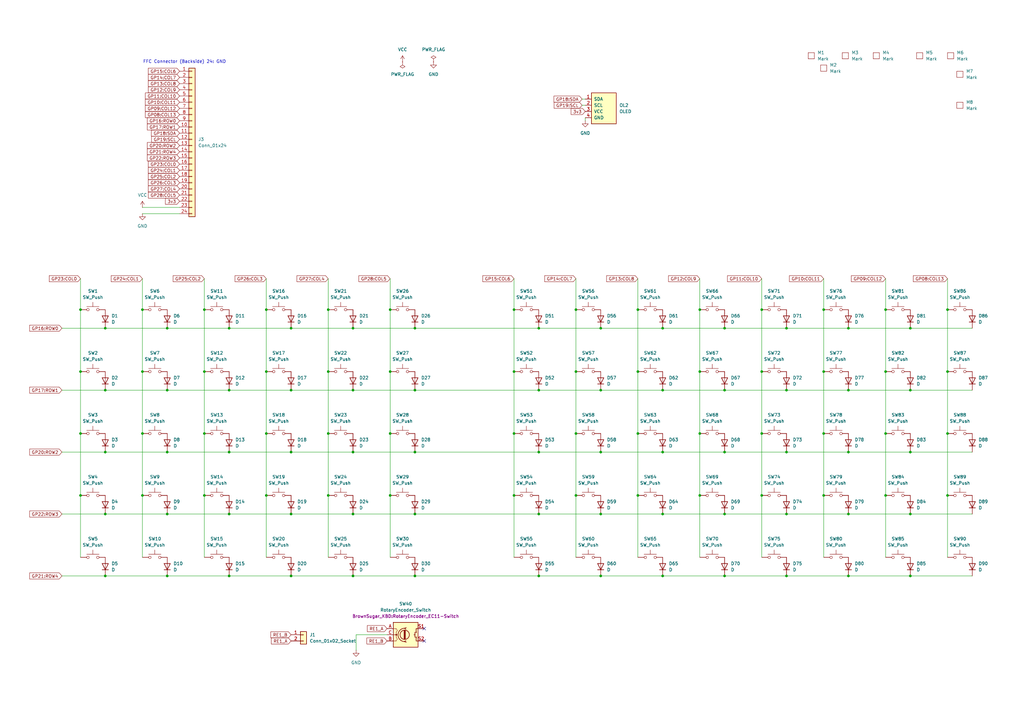
<source format=kicad_sch>
(kicad_sch (version 20231120) (generator "eeschema") (generator_version "8.0")
  (paper "A3")
  (junction (at 347.98 236.22))
  (junction (at 297.18 236.22))
  (junction (at 33.02 152.4))
  (junction (at 373.38 134.62))
  (junction (at 109.22 152.4))
  (junction (at 347.98 210.82))
  (junction (at 160.02 152.4))
  (junction (at 83.82 177.8))
  (junction (at 297.18 134.62))
  (junction (at 271.78 236.22))
  (junction (at 170.18 185.42))
  (junction (at 58.42 152.4))
  (junction (at 388.62 177.8))
  (junction (at 144.78 160.02))
  (junction (at 144.78 185.42))
  (junction (at 170.18 236.22))
  (junction (at 144.78 134.62))
  (junction (at 363.22 152.4))
  (junction (at 134.62 177.8))
  (junction (at 337.82 203.2))
  (junction (at 347.98 134.62))
  (junction (at 109.22 177.8))
  (junction (at 33.02 203.2))
  (junction (at 160.02 177.8))
  (junction (at 363.22 127))
  (junction (at 210.82 152.4))
  (junction (at 210.82 177.8))
  (junction (at 297.18 210.82))
  (junction (at 337.82 177.8))
  (junction (at 119.38 236.22))
  (junction (at 83.82 152.4))
  (junction (at 236.22 203.2))
  (junction (at 68.58 210.82))
  (junction (at 33.02 177.8))
  (junction (at 33.02 127))
  (junction (at 93.98 236.22))
  (junction (at 93.98 210.82))
  (junction (at 109.22 127))
  (junction (at 83.82 203.2))
  (junction (at 43.18 160.02))
  (junction (at 347.98 185.42))
  (junction (at 58.42 177.8))
  (junction (at 347.98 160.02))
  (junction (at 93.98 160.02))
  (junction (at 337.82 127))
  (junction (at 312.42 127))
  (junction (at 134.62 152.4))
  (junction (at 271.78 210.82))
  (junction (at 170.18 160.02))
  (junction (at 119.38 185.42))
  (junction (at 160.02 127))
  (junction (at 43.18 210.82))
  (junction (at 119.38 134.62))
  (junction (at 312.42 203.2))
  (junction (at 322.58 134.62))
  (junction (at 373.38 210.82))
  (junction (at 373.38 185.42))
  (junction (at 93.98 185.42))
  (junction (at 246.38 160.02))
  (junction (at 134.62 203.2))
  (junction (at 210.82 127))
  (junction (at 261.62 203.2))
  (junction (at 246.38 185.42))
  (junction (at 144.78 210.82))
  (junction (at 109.22 203.2))
  (junction (at 363.22 177.8))
  (junction (at 68.58 160.02))
  (junction (at 261.62 127))
  (junction (at 271.78 160.02))
  (junction (at 322.58 236.22))
  (junction (at 363.22 203.2))
  (junction (at 373.38 160.02))
  (junction (at 388.62 203.2))
  (junction (at 144.78 236.22))
  (junction (at 388.62 152.4))
  (junction (at 388.62 127))
  (junction (at 210.82 203.2))
  (junction (at 68.58 185.42))
  (junction (at 83.82 127))
  (junction (at 220.98 185.42))
  (junction (at 271.78 185.42))
  (junction (at 58.42 127))
  (junction (at 68.58 134.62))
  (junction (at 312.42 152.4))
  (junction (at 43.18 236.22))
  (junction (at 271.78 134.62))
  (junction (at 220.98 236.22))
  (junction (at 220.98 160.02))
  (junction (at 287.02 127))
  (junction (at 373.38 236.22))
  (junction (at 160.02 203.2))
  (junction (at 287.02 152.4))
  (junction (at 119.38 210.82))
  (junction (at 287.02 177.8))
  (junction (at 170.18 134.62))
  (junction (at 220.98 210.82))
  (junction (at 220.98 134.62))
  (junction (at 58.42 203.2))
  (junction (at 322.58 210.82))
  (junction (at 43.18 134.62))
  (junction (at 246.38 210.82))
  (junction (at 312.42 177.8))
  (junction (at 261.62 152.4))
  (junction (at 236.22 127))
  (junction (at 119.38 160.02))
  (junction (at 261.62 177.8))
  (junction (at 297.18 185.42))
  (junction (at 43.18 185.42))
  (junction (at 322.58 160.02))
  (junction (at 236.22 152.4))
  (junction (at 68.58 236.22))
  (junction (at 246.38 236.22))
  (junction (at 287.02 203.2))
  (junction (at 322.58 185.42))
  (junction (at 246.38 134.62))
  (junction (at 297.18 160.02))
  (junction (at 170.18 210.82))
  (junction (at 337.82 152.4))
  (junction (at 134.62 127))
  (junction (at 236.22 177.8))
  (junction (at 93.98 134.62))
  (no_connect (at 173.99 262.89))
  (no_connect (at 173.99 257.81))
  (wire (pts (xy 238.76 43.18) (xy 240.03 43.18)))
  (wire (pts (xy 246.38 210.82) (xy 271.78 210.82)))
  (wire (pts (xy 363.22 203.2) (xy 363.22 228.6)))
  (wire (pts (xy 271.78 160.02) (xy 297.18 160.02)))
  (wire (pts (xy 312.42 127) (xy 312.42 152.4)))
  (wire (pts (xy 119.38 236.22) (xy 144.78 236.22)))
  (wire (pts (xy 347.98 134.62) (xy 373.38 134.62)))
  (wire (pts (xy 210.82 152.4) (xy 210.82 177.8)))
  (wire (pts (xy 68.58 160.02) (xy 93.98 160.02)))
  (wire (pts (xy 388.62 127) (xy 388.62 152.4)))
  (wire (pts (xy 119.38 210.82) (xy 144.78 210.82)))
  (wire (pts (xy 160.02 114.3) (xy 160.02 127)))
  (wire (pts (xy 33.02 177.8) (xy 33.02 203.2)))
  (wire (pts (xy 373.38 185.42) (xy 398.78 185.42)))
  (wire (pts (xy 297.18 134.62) (xy 322.58 134.62)))
  (wire (pts (xy 297.18 236.22) (xy 322.58 236.22)))
  (wire (pts (xy 68.58 134.62) (xy 93.98 134.62)))
  (wire (pts (xy 287.02 177.8) (xy 287.02 203.2)))
  (wire (pts (xy 160.02 177.8) (xy 160.02 203.2)))
  (wire (pts (xy 347.98 210.82) (xy 373.38 210.82)))
  (wire (pts (xy 297.18 160.02) (xy 322.58 160.02)))
  (wire (pts (xy 58.42 114.3) (xy 58.42 127)))
  (wire (pts (xy 119.38 160.02) (xy 144.78 160.02)))
  (wire (pts (xy 322.58 236.22) (xy 347.98 236.22)))
  (wire (pts (xy 158.75 260.35) (xy 146.05 260.35)))
  (wire (pts (xy 83.82 177.8) (xy 83.82 203.2)))
  (wire (pts (xy 43.18 210.82) (xy 68.58 210.82)))
  (wire (pts (xy 322.58 185.42) (xy 347.98 185.42)))
  (wire (pts (xy 373.38 210.82) (xy 398.78 210.82)))
  (wire (pts (xy 134.62 177.8) (xy 134.62 203.2)))
  (wire (pts (xy 83.82 203.2) (xy 83.82 228.6)))
  (wire (pts (xy 297.18 210.82) (xy 322.58 210.82)))
  (wire (pts (xy 220.98 210.82) (xy 246.38 210.82)))
  (wire (pts (xy 58.42 85.09) (xy 73.66 85.09)))
  (wire (pts (xy 363.22 177.8) (xy 363.22 203.2)))
  (wire (pts (xy 109.22 152.4) (xy 109.22 177.8)))
  (wire (pts (xy 83.82 114.3) (xy 83.82 127)))
  (wire (pts (xy 363.22 152.4) (xy 363.22 177.8)))
  (wire (pts (xy 287.02 114.3) (xy 287.02 127)))
  (wire (pts (xy 160.02 203.2) (xy 160.02 228.6)))
  (wire (pts (xy 312.42 114.3) (xy 312.42 127)))
  (wire (pts (xy 287.02 203.2) (xy 287.02 228.6)))
  (wire (pts (xy 236.22 152.4) (xy 236.22 177.8)))
  (wire (pts (xy 58.42 152.4) (xy 58.42 177.8)))
  (wire (pts (xy 83.82 152.4) (xy 83.82 177.8)))
  (wire (pts (xy 119.38 185.42) (xy 144.78 185.42)))
  (wire (pts (xy 373.38 236.22) (xy 398.78 236.22)))
  (wire (pts (xy 33.02 114.3) (xy 33.02 127)))
  (wire (pts (xy 322.58 134.62) (xy 347.98 134.62)))
  (wire (pts (xy 337.82 114.3) (xy 337.82 127)))
  (wire (pts (xy 144.78 236.22) (xy 170.18 236.22)))
  (wire (pts (xy 337.82 127) (xy 337.82 152.4)))
  (wire (pts (xy 373.38 134.62) (xy 398.78 134.62)))
  (wire (pts (xy 322.58 160.02) (xy 347.98 160.02)))
  (wire (pts (xy 238.76 40.64) (xy 240.03 40.64)))
  (wire (pts (xy 373.38 160.02) (xy 398.78 160.02)))
  (wire (pts (xy 134.62 203.2) (xy 134.62 228.6)))
  (wire (pts (xy 93.98 210.82) (xy 119.38 210.82)))
  (wire (pts (xy 261.62 152.4) (xy 261.62 177.8)))
  (wire (pts (xy 220.98 185.42) (xy 246.38 185.42)))
  (wire (pts (xy 246.38 160.02) (xy 271.78 160.02)))
  (wire (pts (xy 33.02 152.4) (xy 33.02 177.8)))
  (wire (pts (xy 160.02 152.4) (xy 160.02 177.8)))
  (wire (pts (xy 109.22 114.3) (xy 109.22 127)))
  (wire (pts (xy 146.05 260.35) (xy 146.05 266.7)))
  (wire (pts (xy 312.42 203.2) (xy 312.42 228.6)))
  (wire (pts (xy 337.82 177.8) (xy 337.82 203.2)))
  (wire (pts (xy 261.62 114.3) (xy 261.62 127)))
  (wire (pts (xy 170.18 185.42) (xy 220.98 185.42)))
  (wire (pts (xy 25.4 134.62) (xy 43.18 134.62)))
  (wire (pts (xy 93.98 236.22) (xy 119.38 236.22)))
  (wire (pts (xy 33.02 127) (xy 33.02 152.4)))
  (wire (pts (xy 170.18 134.62) (xy 220.98 134.62)))
  (wire (pts (xy 261.62 177.8) (xy 261.62 203.2)))
  (wire (pts (xy 144.78 134.62) (xy 170.18 134.62)))
  (wire (pts (xy 363.22 127) (xy 363.22 152.4)))
  (wire (pts (xy 347.98 160.02) (xy 373.38 160.02)))
  (wire (pts (xy 388.62 152.4) (xy 388.62 177.8)))
  (wire (pts (xy 271.78 185.42) (xy 297.18 185.42)))
  (wire (pts (xy 68.58 185.42) (xy 93.98 185.42)))
  (wire (pts (xy 170.18 210.82) (xy 220.98 210.82)))
  (wire (pts (xy 236.22 127) (xy 236.22 152.4)))
  (wire (pts (xy 58.42 203.2) (xy 58.42 228.6)))
  (wire (pts (xy 246.38 236.22) (xy 271.78 236.22)))
  (wire (pts (xy 246.38 134.62) (xy 271.78 134.62)))
  (wire (pts (xy 337.82 152.4) (xy 337.82 177.8)))
  (wire (pts (xy 271.78 134.62) (xy 297.18 134.62)))
  (wire (pts (xy 43.18 236.22) (xy 68.58 236.22)))
  (wire (pts (xy 134.62 152.4) (xy 134.62 177.8)))
  (wire (pts (xy 109.22 177.8) (xy 109.22 203.2)))
  (wire (pts (xy 271.78 236.22) (xy 297.18 236.22)))
  (wire (pts (xy 170.18 160.02) (xy 220.98 160.02)))
  (wire (pts (xy 220.98 160.02) (xy 246.38 160.02)))
  (wire (pts (xy 287.02 152.4) (xy 287.02 177.8)))
  (wire (pts (xy 388.62 177.8) (xy 388.62 203.2)))
  (wire (pts (xy 160.02 127) (xy 160.02 152.4)))
  (wire (pts (xy 312.42 177.8) (xy 312.42 203.2)))
  (wire (pts (xy 93.98 185.42) (xy 119.38 185.42)))
  (wire (pts (xy 246.38 185.42) (xy 271.78 185.42)))
  (wire (pts (xy 388.62 203.2) (xy 388.62 228.6)))
  (wire (pts (xy 43.18 160.02) (xy 68.58 160.02)))
  (wire (pts (xy 58.42 87.63) (xy 73.66 87.63)))
  (wire (pts (xy 287.02 127) (xy 287.02 152.4)))
  (wire (pts (xy 388.62 114.3) (xy 388.62 127)))
  (wire (pts (xy 220.98 236.22) (xy 246.38 236.22)))
  (wire (pts (xy 236.22 177.8) (xy 236.22 203.2)))
  (wire (pts (xy 83.82 127) (xy 83.82 152.4)))
  (wire (pts (xy 43.18 185.42) (xy 68.58 185.42)))
  (wire (pts (xy 297.18 185.42) (xy 322.58 185.42)))
  (wire (pts (xy 25.4 210.82) (xy 43.18 210.82)))
  (wire (pts (xy 68.58 210.82) (xy 93.98 210.82)))
  (wire (pts (xy 144.78 185.42) (xy 170.18 185.42)))
  (wire (pts (xy 210.82 203.2) (xy 210.82 228.6)))
  (wire (pts (xy 25.4 160.02) (xy 43.18 160.02)))
  (wire (pts (xy 25.4 236.22) (xy 43.18 236.22)))
  (wire (pts (xy 271.78 210.82) (xy 297.18 210.82)))
  (wire (pts (xy 220.98 134.62) (xy 246.38 134.62)))
  (wire (pts (xy 261.62 203.2) (xy 261.62 228.6)))
  (wire (pts (xy 25.4 185.42) (xy 43.18 185.42)))
  (wire (pts (xy 347.98 236.22) (xy 373.38 236.22)))
  (wire (pts (xy 43.18 134.62) (xy 68.58 134.62)))
  (wire (pts (xy 144.78 160.02) (xy 170.18 160.02)))
  (wire (pts (xy 109.22 127) (xy 109.22 152.4)))
  (wire (pts (xy 363.22 114.3) (xy 363.22 127)))
  (wire (pts (xy 93.98 160.02) (xy 119.38 160.02)))
  (wire (pts (xy 134.62 127) (xy 134.62 152.4)))
  (wire (pts (xy 261.62 127) (xy 261.62 152.4)))
  (wire (pts (xy 109.22 203.2) (xy 109.22 228.6)))
  (wire (pts (xy 33.02 203.2) (xy 33.02 228.6)))
  (wire (pts (xy 68.58 236.22) (xy 93.98 236.22)))
  (wire (pts (xy 322.58 210.82) (xy 347.98 210.82)))
  (wire (pts (xy 240.03 48.26) (xy 240.03 49.53)))
  (wire (pts (xy 144.78 210.82) (xy 170.18 210.82)))
  (wire (pts (xy 134.62 114.3) (xy 134.62 127)))
  (wire (pts (xy 347.98 185.42) (xy 373.38 185.42)))
  (wire (pts (xy 58.42 127) (xy 58.42 152.4)))
  (wire (pts (xy 93.98 134.62) (xy 119.38 134.62)))
  (wire (pts (xy 236.22 114.3) (xy 236.22 127)))
  (wire (pts (xy 337.82 203.2) (xy 337.82 228.6)))
  (wire (pts (xy 210.82 114.3) (xy 210.82 127)))
  (wire (pts (xy 312.42 152.4) (xy 312.42 177.8)))
  (wire (pts (xy 236.22 203.2) (xy 236.22 228.6)))
  (wire (pts (xy 210.82 177.8) (xy 210.82 203.2)))
  (wire (pts (xy 170.18 236.22) (xy 220.98 236.22)))
  (wire (pts (xy 210.82 127) (xy 210.82 152.4)))
  (wire (pts (xy 119.38 134.62) (xy 144.78 134.62)))
  (wire (pts (xy 58.42 177.8) (xy 58.42 203.2)))
  (text "FFC Connector (Backside) 24: GND" (at 75.692 25.4 0) (effects (font (size 1.27 1.27))))
  (global_label "GP25:COL2" (shape input) (at 83.82 114.3 180) (property "Intersheetrefs" "${INTERSHEET_REFS}" (effects (hide yes))))
  (global_label "GP23:COL0" (shape input) (at 73.66 67.31 180) (property "Intersheetrefs" "${INTERSHEET_REFS}" (effects (hide yes))))
  (global_label "GP13:COL8" (shape input) (at 261.62 114.3 180) (property "Intersheetrefs" "${INTERSHEET_REFS}" (effects (hide yes))))
  (global_label "RE1_A" (shape input) (at 119.38 262.89 180) (property "Intersheetrefs" "${INTERSHEET_REFS}" (effects (hide yes))))
  (global_label "GP15:COL6" (shape input) (at 210.82 114.3 180) (property "Intersheetrefs" "${INTERSHEET_REFS}" (effects (hide yes))))
  (global_label "RE1_A" (shape input) (at 158.75 257.81 180) (property "Intersheetrefs" "${INTERSHEET_REFS}" (effects (hide yes))))
  (global_label "GP24:COL1" (shape input) (at 58.42 114.3 180) (property "Intersheetrefs" "${INTERSHEET_REFS}" (effects (hide yes))))
  (global_label "GP26:COL3" (shape input) (at 109.22 114.3 180) (property "Intersheetrefs" "${INTERSHEET_REFS}" (effects (hide yes))))
  (global_label "GP19:SCL" (shape input) (at 238.76 43.18 180) (property "Intersheetrefs" "${INTERSHEET_REFS}" (effects (hide yes))))
  (global_label "GP18:SDA" (shape input) (at 73.66 54.61 180) (property "Intersheetrefs" "${INTERSHEET_REFS}" (effects (hide yes))))
  (global_label "RE1_B" (shape input) (at 158.75 262.89 180) (property "Intersheetrefs" "${INTERSHEET_REFS}" (effects (hide yes))))
  (global_label "GP14:COL7" (shape input) (at 236.22 114.3 180) (property "Intersheetrefs" "${INTERSHEET_REFS}" (effects (hide yes))))
  (global_label "GP28:COL5" (shape input) (at 160.02 114.3 180) (property "Intersheetrefs" "${INTERSHEET_REFS}" (effects (hide yes))))
  (global_label "GP08:COL13" (shape input) (at 73.66 46.99 180) (property "Intersheetrefs" "${INTERSHEET_REFS}" (effects (hide yes))))
  (global_label "GP10:COL11" (shape input) (at 73.66 41.91 180) (property "Intersheetrefs" "${INTERSHEET_REFS}" (effects (hide yes))))
  (global_label "GP16:ROW0" (shape input) (at 73.66 49.53 180) (property "Intersheetrefs" "${INTERSHEET_REFS}" (effects (hide yes))))
  (global_label "GP22:ROW3" (shape input) (at 25.4 210.82 180) (property "Intersheetrefs" "${INTERSHEET_REFS}" (effects (hide yes))))
  (global_label "GP18:SDA" (shape input) (at 238.76 40.64 180) (property "Intersheetrefs" "${INTERSHEET_REFS}" (effects (hide yes))))
  (global_label "GP28:COL5" (shape input) (at 73.66 80.01 180) (property "Intersheetrefs" "${INTERSHEET_REFS}" (effects (hide yes))))
  (global_label "GP10:COL11" (shape input) (at 337.82 114.3 180) (property "Intersheetrefs" "${INTERSHEET_REFS}" (effects (hide yes))))
  (global_label "GP09:COL12" (shape input) (at 73.66 44.45 180) (property "Intersheetrefs" "${INTERSHEET_REFS}" (effects (hide yes))))
  (global_label "GP09:COL12" (shape input) (at 363.22 114.3 180) (property "Intersheetrefs" "${INTERSHEET_REFS}" (effects (hide yes))))
  (global_label "GP20:ROW2" (shape input) (at 25.4 185.42 180) (property "Intersheetrefs" "${INTERSHEET_REFS}" (effects (hide yes))))
  (global_label "GP17:ROW1" (shape input) (at 73.66 52.07 180) (property "Intersheetrefs" "${INTERSHEET_REFS}" (effects (hide yes))))
  (global_label "GP20:ROW2" (shape input) (at 73.66 59.69 180) (property "Intersheetrefs" "${INTERSHEET_REFS}" (effects (hide yes))))
  (global_label "GP26:COL3" (shape input) (at 73.66 74.93 180) (property "Intersheetrefs" "${INTERSHEET_REFS}" (effects (hide yes))))
  (global_label "3v3" (shape input) (at 240.03 45.72 180) (property "Intersheetrefs" "${INTERSHEET_REFS}" (effects (hide yes))))
  (global_label "GP19:SCL" (shape input) (at 73.66 57.15 180) (property "Intersheetrefs" "${INTERSHEET_REFS}" (effects (hide yes))))
  (global_label "3v3" (shape input) (at 73.66 82.55 180) (property "Intersheetrefs" "${INTERSHEET_REFS}" (effects (hide yes))))
  (global_label "GP13:COL8" (shape input) (at 73.66 34.29 180) (property "Intersheetrefs" "${INTERSHEET_REFS}" (effects (hide yes))))
  (global_label "GP16:ROW0" (shape input) (at 25.4 134.62 180) (property "Intersheetrefs" "${INTERSHEET_REFS}" (effects (hide yes))))
  (global_label "GP12:COL9" (shape input) (at 73.66 36.83 180) (property "Intersheetrefs" "${INTERSHEET_REFS}" (effects (hide yes))))
  (global_label "GP14:COL7" (shape input) (at 73.66 31.75 180) (property "Intersheetrefs" "${INTERSHEET_REFS}" (effects (hide yes))))
  (global_label "GP25:COL2" (shape input) (at 73.66 72.39 180) (property "Intersheetrefs" "${INTERSHEET_REFS}" (effects (hide yes))))
  (global_label "GP23:COL0" (shape input) (at 33.02 114.3 180) (property "Intersheetrefs" "${INTERSHEET_REFS}" (effects (hide yes))))
  (global_label "GP15:COL6" (shape input) (at 73.66 29.21 180) (property "Intersheetrefs" "${INTERSHEET_REFS}" (effects (hide yes))))
  (global_label "GP21:ROW4" (shape input) (at 73.66 62.23 180) (property "Intersheetrefs" "${INTERSHEET_REFS}" (effects (hide yes))))
  (global_label "GP24:COL1" (shape input) (at 73.66 69.85 180) (property "Intersheetrefs" "${INTERSHEET_REFS}" (effects (hide yes))))
  (global_label "RE1_B" (shape input) (at 119.38 260.35 180) (property "Intersheetrefs" "${INTERSHEET_REFS}" (effects (hide yes))))
  (global_label "GP12:COL9" (shape input) (at 287.02 114.3 180) (property "Intersheetrefs" "${INTERSHEET_REFS}" (effects (hide yes))))
  (global_label "GP27:COL4" (shape input) (at 134.62 114.3 180) (property "Intersheetrefs" "${INTERSHEET_REFS}" (effects (hide yes))))
  (global_label "GP11:COL10" (shape input) (at 73.66 39.37 180) (property "Intersheetrefs" "${INTERSHEET_REFS}" (effects (hide yes))))
  (global_label "GP22:ROW3" (shape input) (at 73.66 64.77 180) (property "Intersheetrefs" "${INTERSHEET_REFS}" (effects (hide yes))))
  (global_label "GP11:COL10" (shape input) (at 312.42 114.3 180) (property "Intersheetrefs" "${INTERSHEET_REFS}" (effects (hide yes))))
  (global_label "GP17:ROW1" (shape input) (at 25.4 160.02 180) (property "Intersheetrefs" "${INTERSHEET_REFS}" (effects (hide yes))))
  (global_label "GP21:ROW4" (shape input) (at 25.4 236.22 180) (property "Intersheetrefs" "${INTERSHEET_REFS}" (effects (hide yes))))
  (global_label "GP27:COL4" (shape input) (at 73.66 77.47 180) (property "Intersheetrefs" "${INTERSHEET_REFS}" (effects (hide yes))))
  (global_label "GP08:COL13" (shape input) (at 388.62 114.3 180) (property "Intersheetrefs" "${INTERSHEET_REFS}" (effects (hide yes))))
  (symbol (lib_id "Switch:SW_Push") (at 317.5 152.4 0) (mirror y) (unit 1)
    (property "Reference" "SW72" (at 317.5 144.78 0))
    (property "Value" "SW_Push" (at 317.5 147.32 0))
    (property "Footprint" "Rikkodo_FootPrint:rkd_Asm_ChocV1V2_Hotswap_1u" (effects (hide yes)))
    (property "Description" "Push button switch, generic, two pins" (effects (hide yes)))
  )
  (symbol (lib_id "Switch:SW_Push") (at 317.5 203.2 0) (mirror y) (unit 1)
    (property "Reference" "SW74" (at 317.5 195.58 0))
    (property "Value" "SW_Push" (at 317.5 198.12 0))
    (property "Footprint" "Rikkodo_FootPrint:rkd_Asm_ChocV1V2_Hotswap_1u" (effects (hide yes)))
    (property "Description" "Push button switch, generic, two pins" (effects (hide yes)))
  )
  (symbol (lib_id "power:GND") (at 58.42 87.63 0) (unit 1)
    (property "Reference" "#PWR16" (effects (hide yes)))
    (property "Value" "GND" (at 58.42 92.71 0))
    (property "Description" "Power symbol creates a global label with name \"GND\" , ground" (effects (hide yes)))
  )
  (symbol (lib_id "Switch:SW_Push") (at 215.9 203.2 0) (mirror y) (unit 1)
    (property "Reference" "SW54" (at 215.9 195.58 0))
    (property "Value" "SW_Push" (at 215.9 198.12 0))
    (property "Footprint" "Rikkodo_FootPrint:rkd_Asm_ChocV1V2_Hotswap_1u" (effects (hide yes)))
    (property "Description" "Push button switch, generic, two pins" (effects (hide yes)))
  )
  (symbol (lib_id "Device:D") (at 119.38 207.01 90) (unit 1)
    (property "Reference" "D19" (at 121.92 205.7399 90) (effects (justify right)))
    (property "Value" "D" (at 121.92 208.2799 90) (effects (justify right)))
    (property "Footprint" "kbd_Parts:Diode_SMD" (effects (hide yes)))
    (property "Description" "Diode" (effects (hide yes)))
    (property "Sim.Device" "D" (effects (hide yes)))
    (property "Sim.Pins" "1=K 2=A" (effects (hide yes)))
  )
  (symbol (lib_id "Switch:SW_Push") (at 292.1 177.8 0) (mirror y) (unit 1)
    (property "Reference" "SW68" (at 292.1 170.18 0))
    (property "Value" "SW_Push" (at 292.1 172.72 0))
    (property "Footprint" "Rikkodo_FootPrint:rkd_Asm_ChocV1V2_Hotswap_1u" (effects (hide yes)))
    (property "Description" "Push button switch, generic, two pins" (effects (hide yes)))
  )
  (symbol (lib_id "Device:D") (at 271.78 181.61 90) (unit 1)
    (property "Reference" "D63" (at 274.32 180.3399 90) (effects (justify right)))
    (property "Value" "D" (at 274.32 182.8799 90) (effects (justify right)))
    (property "Footprint" "kbd_Parts:Diode_SMD" (effects (hide yes)))
    (property "Description" "Diode" (effects (hide yes)))
    (property "Sim.Device" "D" (effects (hide yes)))
    (property "Sim.Pins" "1=K 2=A" (effects (hide yes)))
  )
  (symbol (lib_id "Device:D") (at 43.18 181.61 90) (unit 1)
    (property "Reference" "D3" (at 45.72 180.3399 90) (effects (justify right)))
    (property "Value" "D" (at 45.72 182.8799 90) (effects (justify right)))
    (property "Footprint" "kbd_Parts:Diode_SMD" (effects (hide yes)))
    (property "Description" "Diode" (effects (hide yes)))
    (property "Sim.Device" "D" (effects (hide yes)))
    (property "Sim.Pins" "1=K 2=A" (effects (hide yes)))
  )
  (symbol (lib_id "Device:D") (at 119.38 156.21 90) (unit 1)
    (property "Reference" "D17" (at 121.92 154.9399 90) (effects (justify right)))
    (property "Value" "D" (at 121.92 157.4799 90) (effects (justify right)))
    (property "Footprint" "kbd_Parts:Diode_SMD" (effects (hide yes)))
    (property "Description" "Diode" (effects (hide yes)))
    (property "Sim.Device" "D" (effects (hide yes)))
    (property "Sim.Pins" "1=K 2=A" (effects (hide yes)))
  )
  (symbol (lib_id "Switch:SW_Push") (at 165.1 152.4 0) (mirror y) (unit 1)
    (property "Reference" "SW27" (at 165.1 144.78 0))
    (property "Value" "SW_Push" (at 165.1 147.32 0))
    (property "Footprint" "Rikkodo_FootPrint:rkd_Asm_ChocV1V2_Hotswap_1u" (effects (hide yes)))
    (property "Description" "Push button switch, generic, two pins" (effects (hide yes)))
  )
  (symbol (lib_id "Switch:SW_Push") (at 38.1 228.6 0) (mirror y) (unit 1)
    (property "Reference" "SW5" (at 38.1 220.98 0))
    (property "Value" "SW_Push" (at 38.1 223.52 0))
    (property "Footprint" "Rikkodo_FootPrint:rkd_Asm_ChocV1V2_Hotswap_1u" (effects (hide yes)))
    (property "Description" "Push button switch, generic, two pins" (effects (hide yes)))
  )
  (symbol (lib_id "Switch:SW_Push") (at 342.9 228.6 0) (mirror y) (unit 1)
    (property "Reference" "SW80" (at 342.9 220.98 0))
    (property "Value" "SW_Push" (at 342.9 223.52 0))
    (property "Footprint" "Rikkodo_FootPrint:rkd_Asm_ChocV1V2_Hotswap_1u" (effects (hide yes)))
    (property "Description" "Push button switch, generic, two pins" (effects (hide yes)))
  )
  (symbol (lib_id "Device:D") (at 347.98 232.41 90) (unit 1)
    (property "Reference" "D80" (at 350.52 231.1399 90) (effects (justify right)))
    (property "Value" "D" (at 350.52 233.6799 90) (effects (justify right)))
    (property "Footprint" "kbd_Parts:Diode_SMD" (effects (hide yes)))
    (property "Description" "Diode" (effects (hide yes)))
    (property "Sim.Device" "D" (effects (hide yes)))
    (property "Sim.Pins" "1=K 2=A" (effects (hide yes)))
  )
  (symbol (lib_id "Switch:SW_Push") (at 114.3 177.8 0) (mirror y) (unit 1)
    (property "Reference" "SW18" (at 114.3 170.18 0))
    (property "Value" "SW_Push" (at 114.3 172.72 0))
    (property "Footprint" "Rikkodo_FootPrint:rkd_Asm_ChocV1V2_Hotswap_1u" (effects (hide yes)))
    (property "Description" "Push button switch, generic, two pins" (effects (hide yes)))
  )
  (symbol (lib_id "Device:D") (at 144.78 207.01 90) (unit 1)
    (property "Reference" "D24" (at 147.32 205.7399 90) (effects (justify right)))
    (property "Value" "D" (at 147.32 208.2799 90) (effects (justify right)))
    (property "Footprint" "kbd_Parts:Diode_SMD" (effects (hide yes)))
    (property "Description" "Diode" (effects (hide yes)))
    (property "Sim.Device" "D" (effects (hide yes)))
    (property "Sim.Pins" "1=K 2=A" (effects (hide yes)))
  )
  (symbol (lib_id "BrownSugar_KBD:Mark") (at 393.7 30.48 0) (unit 1)
    (property "Reference" "M7" (at 396.24 29.2099 0) (effects (justify left)))
    (property "Value" "Mark" (at 396.24 31.7499 0) (effects (justify left)))
    (property "Footprint" "kbd_Hole:m2_Screw_Hole" (effects (hide yes)))
  )
  (symbol (lib_id "Device:D") (at 271.78 232.41 90) (unit 1)
    (property "Reference" "D65" (at 274.32 231.1399 90) (effects (justify right)))
    (property "Value" "D" (at 274.32 233.6799 90) (effects (justify right)))
    (property "Footprint" "kbd_Parts:Diode_SMD" (effects (hide yes)))
    (property "Description" "Diode" (effects (hide yes)))
    (property "Sim.Device" "D" (effects (hide yes)))
    (property "Sim.Pins" "1=K 2=A" (effects (hide yes)))
  )
  (symbol (lib_id "Device:D") (at 170.18 156.21 90) (unit 1)
    (property "Reference" "D27" (at 172.72 154.9399 90) (effects (justify right)))
    (property "Value" "D" (at 172.72 157.4799 90) (effects (justify right)))
    (property "Footprint" "kbd_Parts:Diode_SMD" (effects (hide yes)))
    (property "Description" "Diode" (effects (hide yes)))
    (property "Sim.Device" "D" (effects (hide yes)))
    (property "Sim.Pins" "1=K 2=A" (effects (hide yes)))
  )
  (symbol (lib_id "Switch:SW_Push") (at 63.5 152.4 0) (mirror y) (unit 1)
    (property "Reference" "SW7" (at 63.5 144.78 0))
    (property "Value" "SW_Push" (at 63.5 147.32 0))
    (property "Footprint" "Rikkodo_FootPrint:rkd_Asm_ChocV1V2_Hotswap_1u" (effects (hide yes)))
    (property "Description" "Push button switch, generic, two pins" (effects (hide yes)))
  )
  (symbol (lib_id "Switch:SW_Push") (at 114.3 152.4 0) (mirror y) (unit 1)
    (property "Reference" "SW17" (at 114.3 144.78 0))
    (property "Value" "SW_Push" (at 114.3 147.32 0))
    (property "Footprint" "Rikkodo_FootPrint:rkd_Asm_ChocV1V2_Hotswap_1u" (effects (hide yes)))
    (property "Description" "Push button switch, generic, two pins" (effects (hide yes)))
  )
  (symbol (lib_id "Switch:SW_Push") (at 393.7 127 0) (mirror y) (unit 1)
    (property "Reference" "SW86" (at 393.7 119.38 0))
    (property "Value" "SW_Push" (at 393.7 121.92 0))
    (property "Footprint" "Rikkodo_FootPrint:rkd_Asm_ChocV2_Hotswap_2uW" (effects (hide yes)))
    (property "Description" "Push button switch, generic, two pins" (effects (hide yes)))
  )
  (symbol (lib_id "BrownSugar_KBD:Mark") (at 359.41 22.86 0) (unit 1)
    (property "Reference" "M4" (at 361.95 21.5899 0) (effects (justify left)))
    (property "Value" "Mark" (at 361.95 24.1299 0) (effects (justify left)))
    (property "Footprint" "kbd_Hole:m2_Spacer_Hole_hex" (effects (hide yes)))
  )
  (symbol (lib_id "Switch:SW_Push") (at 215.9 177.8 0) (mirror y) (unit 1)
    (property "Reference" "SW53" (at 215.9 170.18 0))
    (property "Value" "SW_Push" (at 215.9 172.72 0))
    (property "Footprint" "Rikkodo_FootPrint:rkd_Asm_ChocV1V2_Hotswap_1u" (effects (hide yes)))
    (property "Description" "Push button switch, generic, two pins" (effects (hide yes)))
  )
  (symbol (lib_id "Device:D") (at 220.98 232.41 90) (unit 1)
    (property "Reference" "D55" (at 223.52 231.1399 90) (effects (justify right)))
    (property "Value" "D" (at 223.52 233.6799 90) (effects (justify right)))
    (property "Footprint" "kbd_Parts:Diode_SMD" (effects (hide yes)))
    (property "Description" "Diode" (effects (hide yes)))
    (property "Sim.Device" "D" (effects (hide yes)))
    (property "Sim.Pins" "1=K 2=A" (effects (hide yes)))
  )
  (symbol (lib_id "Switch:SW_Push") (at 165.1 177.8 0) (mirror y) (unit 1)
    (property "Reference" "SW28" (at 165.1 170.18 0))
    (property "Value" "SW_Push" (at 165.1 172.72 0))
    (property "Footprint" "Rikkodo_FootPrint:rkd_Asm_ChocV1V2_Hotswap_1u" (effects (hide yes)))
    (property "Description" "Push button switch, generic, two pins" (effects (hide yes)))
  )
  (symbol (lib_id "Switch:SW_Push") (at 63.5 228.6 0) (mirror y) (unit 1)
    (property "Reference" "SW10" (at 63.5 220.98 0))
    (property "Value" "SW_Push" (at 63.5 223.52 0))
    (property "Footprint" "Rikkodo_FootPrint:rkd_Asm_ChocV1V2_Hotswap_1u" (effects (hide yes)))
    (property "Description" "Push button switch, generic, two pins" (effects (hide yes)))
  )
  (symbol (lib_id "BrownSugar_KBD:OLED") (at 247.65 44.45 0) (unit 1)
    (property "Reference" "OL2" (at 254 43.1799 0) (effects (justify left)))
    (property "Value" "OLED" (at 254 45.7199 0) (effects (justify left)))
    (property "Footprint" "BrownSugar_KBD:OLED_center_display" (effects (hide yes)))
  )
  (symbol (lib_id "Switch:SW_Push") (at 114.3 127 0) (mirror y) (unit 1)
    (property "Reference" "SW16" (at 114.3 119.38 0))
    (property "Value" "SW_Push" (at 114.3 121.92 0))
    (property "Footprint" "Rikkodo_FootPrint:rkd_Asm_ChocV1V2_Hotswap_1u" (effects (hide yes)))
    (property "Description" "Push button switch, generic, two pins" (effects (hide yes)))
  )
  (symbol (lib_id "Switch:SW_Push") (at 139.7 177.8 0) (mirror y) (unit 1)
    (property "Reference" "SW23" (at 139.7 170.18 0))
    (property "Value" "SW_Push" (at 139.7 172.72 0))
    (property "Footprint" "Rikkodo_FootPrint:rkd_Asm_ChocV1V2_Hotswap_1u" (effects (hide yes)))
    (property "Description" "Push button switch, generic, two pins" (effects (hide yes)))
  )
  (symbol (lib_id "Device:D") (at 119.38 232.41 90) (unit 1)
    (property "Reference" "D20" (at 121.92 231.1399 90) (effects (justify right)))
    (property "Value" "D" (at 121.92 233.6799 90) (effects (justify right)))
    (property "Footprint" "kbd_Parts:Diode_SMD" (effects (hide yes)))
    (property "Description" "Diode" (effects (hide yes)))
    (property "Sim.Device" "D" (effects (hide yes)))
    (property "Sim.Pins" "1=K 2=A" (effects (hide yes)))
  )
  (symbol (lib_id "Device:D") (at 322.58 232.41 90) (unit 1)
    (property "Reference" "D75" (at 325.12 231.1399 90) (effects (justify right)))
    (property "Value" "D" (at 325.12 233.6799 90) (effects (justify right)))
    (property "Footprint" "kbd_Parts:Diode_SMD" (effects (hide yes)))
    (property "Description" "Diode" (effects (hide yes)))
    (property "Sim.Device" "D" (effects (hide yes)))
    (property "Sim.Pins" "1=K 2=A" (effects (hide yes)))
  )
  (symbol (lib_id "Device:D") (at 68.58 156.21 90) (unit 1)
    (property "Reference" "D7" (at 71.12 154.9399 90) (effects (justify right)))
    (property "Value" "D" (at 71.12 157.4799 90) (effects (justify right)))
    (property "Footprint" "kbd_Parts:Diode_SMD" (effects (hide yes)))
    (property "Description" "Diode" (effects (hide yes)))
    (property "Sim.Device" "D" (effects (hide yes)))
    (property "Sim.Pins" "1=K 2=A" (effects (hide yes)))
  )
  (symbol (lib_id "Switch:SW_Push") (at 139.7 152.4 0) (mirror y) (unit 1)
    (property "Reference" "SW22" (at 139.7 144.78 0))
    (property "Value" "SW_Push" (at 139.7 147.32 0))
    (property "Footprint" "Rikkodo_FootPrint:rkd_Asm_ChocV1V2_Hotswap_1u" (effects (hide yes)))
    (property "Description" "Push button switch, generic, two pins" (effects (hide yes)))
  )
  (symbol (lib_id "BrownSugar_KBD:Mark") (at 393.7 43.18 0) (unit 1)
    (property "Reference" "M8" (at 396.24 41.9099 0) (effects (justify left)))
    (property "Value" "Mark" (at 396.24 44.4499 0) (effects (justify left)))
    (property "Footprint" "Rikkodo_FootPrint:rkd_LOGO_2x" (effects (hide yes)))
  )
  (symbol (lib_id "Switch:SW_Push") (at 165.1 228.6 0) (mirror y) (unit 1)
    (property "Reference" "SW30" (at 165.1 220.98 0))
    (property "Value" "SW_Push" (at 165.1 223.52 0))
    (property "Footprint" "Rikkodo_FootPrint:rkd_Asm_ChocV1V2_Hotswap_1u" (effects (hide yes)))
    (property "Description" "Push button switch, generic, two pins" (effects (hide yes)))
  )
  (symbol (lib_id "Device:D") (at 144.78 156.21 90) (unit 1)
    (property "Reference" "D22" (at 147.32 154.9399 90) (effects (justify right)))
    (property "Value" "D" (at 147.32 157.4799 90) (effects (justify right)))
    (property "Footprint" "kbd_Parts:Diode_SMD" (effects (hide yes)))
    (property "Description" "Diode" (effects (hide yes)))
    (property "Sim.Device" "D" (effects (hide yes)))
    (property "Sim.Pins" "1=K 2=A" (effects (hide yes)))
  )
  (symbol (lib_id "Switch:SW_Push") (at 139.7 203.2 0) (mirror y) (unit 1)
    (property "Reference" "SW24" (at 139.7 195.58 0))
    (property "Value" "SW_Push" (at 139.7 198.12 0))
    (property "Footprint" "Rikkodo_FootPrint:rkd_Asm_ChocV1V2_Hotswap_1u" (effects (hide yes)))
    (property "Description" "Push button switch, generic, two pins" (effects (hide yes)))
  )
  (symbol (lib_id "Switch:SW_Push") (at 88.9 127 0) (mirror y) (unit 1)
    (property "Reference" "SW11" (at 88.9 119.38 0))
    (property "Value" "SW_Push" (at 88.9 121.92 0))
    (property "Footprint" "Rikkodo_FootPrint:rkd_Asm_ChocV1V2_Hotswap_1u" (effects (hide yes)))
    (property "Description" "Push button switch, generic, two pins" (effects (hide yes)))
  )
  (symbol (lib_id "Device:D") (at 93.98 207.01 90) (unit 1)
    (property "Reference" "D14" (at 96.52 205.7399 90) (effects (justify right)))
    (property "Value" "D" (at 96.52 208.2799 90) (effects (justify right)))
    (property "Footprint" "kbd_Parts:Diode_SMD" (effects (hide yes)))
    (property "Description" "Diode" (effects (hide yes)))
    (property "Sim.Device" "D" (effects (hide yes)))
    (property "Sim.Pins" "1=K 2=A" (effects (hide yes)))
  )
  (symbol (lib_id "Switch:SW_Push") (at 241.3 228.6 0) (mirror y) (unit 1)
    (property "Reference" "SW60" (at 241.3 220.98 0))
    (property "Value" "SW_Push" (at 241.3 223.52 0))
    (property "Footprint" "Rikkodo_FootPrint:rkd_Asm_ChocV1V2_Hotswap_1u" (effects (hide yes)))
    (property "Description" "Push button switch, generic, two pins" (effects (hide yes)))
  )
  (symbol (lib_id "BrownSugar_KBD:Mark") (at 377.19 22.86 0) (unit 1)
    (property "Reference" "M5" (at 379.73 21.5899 0) (effects (justify left)))
    (property "Value" "Mark" (at 379.73 24.1299 0) (effects (justify left)))
    (property "Footprint" "kbd_Hole:m2_Spacer_Hole_hex" (effects (hide yes)))
  )
  (symbol (lib_id "Switch:SW_Push") (at 342.9 127 0) (mirror y) (unit 1)
    (property "Reference" "SW76" (at 342.9 119.38 0))
    (property "Value" "SW_Push" (at 342.9 121.92 0))
    (property "Footprint" "Rikkodo_FootPrint:rkd_Asm_ChocV1V2_Hotswap_1u" (effects (hide yes)))
    (property "Description" "Push button switch, generic, two pins" (effects (hide yes)))
  )
  (symbol (lib_id "Switch:SW_Push") (at 88.9 152.4 0) (mirror y) (unit 1)
    (property "Reference" "SW12" (at 88.9 144.78 0))
    (property "Value" "SW_Push" (at 88.9 147.32 0))
    (property "Footprint" "Rikkodo_FootPrint:rkd_Asm_ChocV1V2_Hotswap_1u" (effects (hide yes)))
    (property "Description" "Push button switch, generic, two pins" (effects (hide yes)))
  )
  (symbol (lib_id "Device:D") (at 93.98 130.81 90) (unit 1)
    (property "Reference" "D11" (at 96.52 129.5399 90) (effects (justify right)))
    (property "Value" "D" (at 96.52 132.0799 90) (effects (justify right)))
    (property "Footprint" "kbd_Parts:Diode_SMD" (effects (hide yes)))
    (property "Description" "Diode" (effects (hide yes)))
    (property "Sim.Device" "D" (effects (hide yes)))
    (property "Sim.Pins" "1=K 2=A" (effects (hide yes)))
  )
  (symbol (lib_id "Switch:SW_Push") (at 38.1 152.4 0) (mirror y) (unit 1)
    (property "Reference" "SW2" (at 38.1 144.78 0))
    (property "Value" "SW_Push" (at 38.1 147.32 0))
    (property "Footprint" "Rikkodo_FootPrint:rkd_Asm_ChocV1V2_Hotswap_1u" (effects (hide yes)))
    (property "Description" "Push button switch, generic, two pins" (effects (hide yes)))
  )
  (symbol (lib_id "Device:D") (at 271.78 130.81 90) (unit 1)
    (property "Reference" "D61" (at 274.32 129.5399 90) (effects (justify right)))
    (property "Value" "D" (at 274.32 132.0799 90) (effects (justify right)))
    (property "Footprint" "kbd_Parts:Diode_SMD" (effects (hide yes)))
    (property "Description" "Diode" (effects (hide yes)))
    (property "Sim.Device" "D" (effects (hide yes)))
    (property "Sim.Pins" "1=K 2=A" (effects (hide yes)))
  )
  (symbol (lib_id "Switch:SW_Push") (at 241.3 203.2 0) (mirror y) (unit 1)
    (property "Reference" "SW59" (at 241.3 195.58 0))
    (property "Value" "SW_Push" (at 241.3 198.12 0))
    (property "Footprint" "Rikkodo_FootPrint:rkd_Asm_ChocV1V2_Hotswap_1u" (effects (hide yes)))
    (property "Description" "Push button switch, generic, two pins" (effects (hide yes)))
  )
  (symbol (lib_id "Switch:SW_Push") (at 317.5 177.8 0) (mirror y) (unit 1)
    (property "Reference" "SW73" (at 317.5 170.18 0))
    (property "Value" "SW_Push" (at 317.5 172.72 0))
    (property "Footprint" "Rikkodo_FootPrint:rkd_Asm_ChocV1V2_Hotswap_1u" (effects (hide yes)))
    (property "Description" "Push button switch, generic, two pins" (effects (hide yes)))
  )
  (symbol (lib_id "Device:D") (at 43.18 232.41 90) (unit 1)
    (property "Reference" "D5" (at 45.72 231.1399 90) (effects (justify right)))
    (property "Value" "D" (at 45.72 233.6799 90) (effects (justify right)))
    (property "Footprint" "kbd_Parts:Diode_SMD" (effects (hide yes)))
    (property "Description" "Diode" (effects (hide yes)))
    (property "Sim.Device" "D" (effects (hide yes)))
    (property "Sim.Pins" "1=K 2=A" (effects (hide yes)))
  )
  (symbol (lib_id "Device:D") (at 246.38 130.81 90) (unit 1)
    (property "Reference" "D56" (at 248.92 129.5399 90) (effects (justify right)))
    (property "Value" "D" (at 248.92 132.0799 90) (effects (justify right)))
    (property "Footprint" "kbd_Parts:Diode_SMD" (effects (hide yes)))
    (property "Description" "Diode" (effects (hide yes)))
    (property "Sim.Device" "D" (effects (hide yes)))
    (property "Sim.Pins" "1=K 2=A" (effects (hide yes)))
  )
  (symbol (lib_id "power:VCC") (at 165.1 25.4 0) (unit 1)
    (property "Reference" "#PWR04" (effects (hide yes)))
    (property "Value" "VCC" (at 165.1 20.32 0))
    (property "Description" "Power symbol creates a global label with name \"VCC\"" (effects (hide yes)))
  )
  (symbol (lib_id "Device:D") (at 220.98 156.21 90) (unit 1)
    (property "Reference" "D52" (at 223.52 154.9399 90) (effects (justify right)))
    (property "Value" "D" (at 223.52 157.4799 90) (effects (justify right)))
    (property "Footprint" "kbd_Parts:Diode_SMD" (effects (hide yes)))
    (property "Description" "Diode" (effects (hide yes)))
    (property "Sim.Device" "D" (effects (hide yes)))
    (property "Sim.Pins" "1=K 2=A" (effects (hide yes)))
  )
  (symbol (lib_id "Device:D") (at 373.38 156.21 90) (unit 1)
    (property "Reference" "D82" (at 375.92 154.9399 90) (effects (justify right)))
    (property "Value" "D" (at 375.92 157.4799 90) (effects (justify right)))
    (property "Footprint" "kbd_Parts:Diode_SMD" (effects (hide yes)))
    (property "Description" "Diode" (effects (hide yes)))
    (property "Sim.Device" "D" (effects (hide yes)))
    (property "Sim.Pins" "1=K 2=A" (effects (hide yes)))
  )
  (symbol (lib_id "Switch:SW_Push") (at 368.3 127 0) (mirror y) (unit 1)
    (property "Reference" "SW81" (at 368.3 119.38 0))
    (property "Value" "SW_Push" (at 368.3 121.92 0))
    (property "Footprint" "Rikkodo_FootPrint:rkd_Asm_ChocV1V2_Hotswap_1u" (effects (hide yes)))
    (property "Description" "Push button switch, generic, two pins" (effects (hide yes)))
  )
  (symbol (lib_id "Device:D") (at 246.38 156.21 90) (unit 1)
    (property "Reference" "D57" (at 248.92 154.9399 90) (effects (justify right)))
    (property "Value" "D" (at 248.92 157.4799 90) (effects (justify right)))
    (property "Footprint" "kbd_Parts:Diode_SMD" (effects (hide yes)))
    (property "Description" "Diode" (effects (hide yes)))
    (property "Sim.Device" "D" (effects (hide yes)))
    (property "Sim.Pins" "1=K 2=A" (effects (hide yes)))
  )
  (symbol (lib_id "Device:D") (at 322.58 207.01 90) (unit 1)
    (property "Reference" "D74" (at 325.12 205.7399 90) (effects (justify right)))
    (property "Value" "D" (at 325.12 208.2799 90) (effects (justify right)))
    (property "Footprint" "kbd_Parts:Diode_SMD" (effects (hide yes)))
    (property "Description" "Diode" (effects (hide yes)))
    (property "Sim.Device" "D" (effects (hide yes)))
    (property "Sim.Pins" "1=K 2=A" (effects (hide yes)))
  )
  (symbol (lib_id "Device:D") (at 347.98 130.81 90) (unit 1)
    (property "Reference" "D76" (at 350.52 129.5399 90) (effects (justify right)))
    (property "Value" "D" (at 350.52 132.0799 90) (effects (justify right)))
    (property "Footprint" "kbd_Parts:Diode_SMD" (effects (hide yes)))
    (property "Description" "Diode" (effects (hide yes)))
    (property "Sim.Device" "D" (effects (hide yes)))
    (property "Sim.Pins" "1=K 2=A" (effects (hide yes)))
  )
  (symbol (lib_id "Device:D") (at 246.38 207.01 90) (unit 1)
    (property "Reference" "D59" (at 248.92 205.7399 90) (effects (justify right)))
    (property "Value" "D" (at 248.92 208.2799 90) (effects (justify right)))
    (property "Footprint" "kbd_Parts:Diode_SMD" (effects (hide yes)))
    (property "Description" "Diode" (effects (hide yes)))
    (property "Sim.Device" "D" (effects (hide yes)))
    (property "Sim.Pins" "1=K 2=A" (effects (hide yes)))
  )
  (symbol (lib_id "Device:D") (at 68.58 130.81 90) (unit 1)
    (property "Reference" "D6" (at 71.12 129.5399 90) (effects (justify right)))
    (property "Value" "D" (at 71.12 132.0799 90) (effects (justify right)))
    (property "Footprint" "kbd_Parts:Diode_SMD" (effects (hide yes)))
    (property "Description" "Diode" (effects (hide yes)))
    (property "Sim.Device" "D" (effects (hide yes)))
    (property "Sim.Pins" "1=K 2=A" (effects (hide yes)))
  )
  (symbol (lib_id "Device:D") (at 170.18 232.41 90) (unit 1)
    (property "Reference" "D30" (at 172.72 231.1399 90) (effects (justify right)))
    (property "Value" "D" (at 172.72 233.6799 90) (effects (justify right)))
    (property "Footprint" "kbd_Parts:Diode_SMD" (effects (hide yes)))
    (property "Description" "Diode" (effects (hide yes)))
    (property "Sim.Device" "D" (effects (hide yes)))
    (property "Sim.Pins" "1=K 2=A" (effects (hide yes)))
  )
  (symbol (lib_id "Switch:SW_Push") (at 165.1 127 0) (mirror y) (unit 1)
    (property "Reference" "SW26" (at 165.1 119.38 0))
    (property "Value" "SW_Push" (at 165.1 121.92 0))
    (property "Footprint" "Rikkodo_FootPrint:rkd_Asm_ChocV1V2_Hotswap_1u" (effects (hide yes)))
    (property "Description" "Push button switch, generic, two pins" (effects (hide yes)))
  )
  (symbol (lib_id "Switch:SW_Push") (at 165.1 203.2 0) (mirror y) (unit 1)
    (property "Reference" "SW29" (at 165.1 195.58 0))
    (property "Value" "SW_Push" (at 165.1 198.12 0))
    (property "Footprint" "Rikkodo_FootPrint:rkd_Asm_ChocV1V2_Hotswap_1u" (effects (hide yes)))
    (property "Description" "Push button switch, generic, two pins" (effects (hide yes)))
  )
  (symbol (lib_id "Switch:SW_Push") (at 368.3 203.2 0) (mirror y) (unit 1)
    (property "Reference" "SW84" (at 368.3 195.58 0))
    (property "Value" "SW_Push" (at 368.3 198.12 0))
    (property "Footprint" "Rikkodo_FootPrint:rkd_Asm_ChocV1V2_Hotswap_1u" (effects (hide yes)))
    (property "Description" "Push button switch, generic, two pins" (effects (hide yes)))
  )
  (symbol (lib_id "Device:D") (at 246.38 232.41 90) (unit 1)
    (property "Reference" "D60" (at 248.92 231.1399 90) (effects (justify right)))
    (property "Value" "D" (at 248.92 233.6799 90) (effects (justify right)))
    (property "Footprint" "kbd_Parts:Diode_SMD" (effects (hide yes)))
    (property "Description" "Diode" (effects (hide yes)))
    (property "Sim.Device" "D" (effects (hide yes)))
    (property "Sim.Pins" "1=K 2=A" (effects (hide yes)))
  )
  (symbol (lib_id "Switch:SW_Push") (at 368.3 177.8 0) (mirror y) (unit 1)
    (property "Reference" "SW83" (at 368.3 170.18 0))
    (property "Value" "SW_Push" (at 368.3 172.72 0))
    (property "Footprint" "Rikkodo_FootPrint:rkd_Asm_ChocV2_Hotswap_2uW" (effects (hide yes)))
    (property "Description" "Push button switch, generic, two pins" (effects (hide yes)))
  )
  (symbol (lib_id "Device:D") (at 119.38 181.61 90) (unit 1)
    (property "Reference" "D18" (at 121.92 180.3399 90) (effects (justify right)))
    (property "Value" "D" (at 121.92 182.8799 90) (effects (justify right)))
    (property "Footprint" "kbd_Parts:Diode_SMD" (effects (hide yes)))
    (property "Description" "Diode" (effects (hide yes)))
    (property "Sim.Device" "D" (effects (hide yes)))
    (property "Sim.Pins" "1=K 2=A" (effects (hide yes)))
  )
  (symbol (lib_id "Switch:SW_Push") (at 292.1 152.4 0) (mirror y) (unit 1)
    (property "Reference" "SW67" (at 292.1 144.78 0))
    (property "Value" "SW_Push" (at 292.1 147.32 0))
    (property "Footprint" "Rikkodo_FootPrint:rkd_Asm_ChocV1V2_Hotswap_1u" (effects (hide yes)))
    (property "Description" "Push button switch, generic, two pins" (effects (hide yes)))
  )
  (symbol (lib_id "BrownSugar_KBD:Mark") (at 346.71 22.86 0) (unit 1)
    (property "Reference" "M3" (at 349.25 21.5899 0) (effects (justify left)))
    (property "Value" "Mark" (at 349.25 24.1299 0) (effects (justify left)))
    (property "Footprint" "kbd_Hole:m2_Spacer_Hole_hex" (effects (hide yes)))
  )
  (symbol (lib_id "Switch:SW_Push") (at 317.5 127 0) (mirror y) (unit 1)
    (property "Reference" "SW71" (at 317.5 119.38 0))
    (property "Value" "SW_Push" (at 317.5 121.92 0))
    (property "Footprint" "Rikkodo_FootPrint:rkd_Asm_ChocV1V2_Hotswap_1u" (effects (hide yes)))
    (property "Description" "Push button switch, generic, two pins" (effects (hide yes)))
  )
  (symbol (lib_id "Device:D") (at 119.38 130.81 90) (unit 1)
    (property "Reference" "D16" (at 121.92 129.5399 90) (effects (justify right)))
    (property "Value" "D" (at 121.92 132.0799 90) (effects (justify right)))
    (property "Footprint" "kbd_Parts:Diode_SMD" (effects (hide yes)))
    (property "Description" "Diode" (effects (hide yes)))
    (property "Sim.Device" "D" (effects (hide yes)))
    (property "Sim.Pins" "1=K 2=A" (effects (hide yes)))
  )
  (symbol (lib_id "Switch:SW_Push") (at 342.9 177.8 0) (mirror y) (unit 1)
    (property "Reference" "SW78" (at 342.9 170.18 0))
    (property "Value" "SW_Push" (at 342.9 172.72 0))
    (property "Footprint" "Rikkodo_FootPrint:rkd_Asm_ChocV1V2_Hotswap_1u" (effects (hide yes)))
    (property "Description" "Push button switch, generic, two pins" (effects (hide yes)))
  )
  (symbol (lib_id "Switch:SW_Push") (at 114.3 228.6 0) (mirror y) (unit 1)
    (property "Reference" "SW20" (at 114.3 220.98 0))
    (property "Value" "SW_Push" (at 114.3 223.52 0))
    (property "Footprint" "Rikkodo_FootPrint:rkd_Asm_ChocV1V2_Hotswap_1u" (effects (hide yes)))
    (property "Description" "Push button switch, generic, two pins" (effects (hide yes)))
  )
  (symbol (lib_id "Device:D") (at 398.78 156.21 90) (unit 1)
    (property "Reference" "D87" (at 401.32 154.9399 90) (effects (justify right)))
    (property "Value" "D" (at 401.32 157.4799 90) (effects (justify right)))
    (property "Footprint" "kbd_Parts:Diode_SMD" (effects (hide yes)))
    (property "Description" "Diode" (effects (hide yes)))
    (property "Sim.Device" "D" (effects (hide yes)))
    (property "Sim.Pins" "1=K 2=A" (effects (hide yes)))
  )
  (symbol (lib_id "Device:D") (at 220.98 181.61 90) (unit 1)
    (property "Reference" "D53" (at 223.52 180.3399 90) (effects (justify right)))
    (property "Value" "D" (at 223.52 182.8799 90) (effects (justify right)))
    (property "Footprint" "kbd_Parts:Diode_SMD" (effects (hide yes)))
    (property "Description" "Diode" (effects (hide yes)))
    (property "Sim.Device" "D" (effects (hide yes)))
    (property "Sim.Pins" "1=K 2=A" (effects (hide yes)))
  )
  (symbol (lib_id "Device:D") (at 144.78 181.61 90) (unit 1)
    (property "Reference" "D23" (at 147.32 180.3399 90) (effects (justify right)))
    (property "Value" "D" (at 147.32 182.8799 90) (effects (justify right)))
    (property "Footprint" "kbd_Parts:Diode_SMD" (effects (hide yes)))
    (property "Description" "Diode" (effects (hide yes)))
    (property "Sim.Device" "D" (effects (hide yes)))
    (property "Sim.Pins" "1=K 2=A" (effects (hide yes)))
  )
  (symbol (lib_id "Switch:SW_Push") (at 114.3 203.2 0) (mirror y) (unit 1)
    (property "Reference" "SW19" (at 114.3 195.58 0))
    (property "Value" "SW_Push" (at 114.3 198.12 0))
    (property "Footprint" "Rikkodo_FootPrint:rkd_Asm_ChocV1V2_Hotswap_1u" (effects (hide yes)))
    (property "Description" "Push button switch, generic, two pins" (effects (hide yes)))
  )
  (symbol (lib_id "Switch:SW_Push") (at 241.3 127 0) (mirror y) (unit 1)
    (property "Reference" "SW56" (at 241.3 119.38 0))
    (property "Value" "SW_Push" (at 241.3 121.92 0))
    (property "Footprint" "Rikkodo_FootPrint:rkd_Asm_ChocV1V2_Hotswap_1u" (effects (hide yes)))
    (property "Description" "Push button switch, generic, two pins" (effects (hide yes)))
  )
  (symbol (lib_id "Device:D") (at 246.38 181.61 90) (unit 1)
    (property "Reference" "D58" (at 248.92 180.3399 90) (effects (justify right)))
    (property "Value" "D" (at 248.92 182.8799 90) (effects (justify right)))
    (property "Footprint" "kbd_Parts:Diode_SMD" (effects (hide yes)))
    (property "Description" "Diode" (effects (hide yes)))
    (property "Sim.Device" "D" (effects (hide yes)))
    (property "Sim.Pins" "1=K 2=A" (effects (hide yes)))
  )
  (symbol (lib_id "Device:D") (at 68.58 181.61 90) (unit 1)
    (property "Reference" "D8" (at 71.12 180.3399 90) (effects (justify right)))
    (property "Value" "D" (at 71.12 182.8799 90) (effects (justify right)))
    (property "Footprint" "kbd_Parts:Diode_SMD" (effects (hide yes)))
    (property "Description" "Diode" (effects (hide yes)))
    (property "Sim.Device" "D" (effects (hide yes)))
    (property "Sim.Pins" "1=K 2=A" (effects (hide yes)))
  )
  (symbol (lib_id "Switch:SW_Push") (at 38.1 203.2 0) (mirror y) (unit 1)
    (property "Reference" "SW4" (at 38.1 195.58 0))
    (property "Value" "SW_Push" (at 38.1 198.12 0))
    (property "Footprint" "Rikkodo_FootPrint:rkd_Asm_ChocV2_Hotswap_2uW" (effects (hide yes)))
    (property "Description" "Push button switch, generic, two pins" (effects (hide yes)))
  )
  (symbol (lib_id "Switch:SW_Push") (at 241.3 177.8 0) (mirror y) (unit 1)
    (property "Reference" "SW58" (at 241.3 170.18 0))
    (property "Value" "SW_Push" (at 241.3 172.72 0))
    (property "Footprint" "Rikkodo_FootPrint:rkd_Asm_ChocV1V2_Hotswap_1u" (effects (hide yes)))
    (property "Description" "Push button switch, generic, two pins" (effects (hide yes)))
  )
  (symbol (lib_id "Device:D") (at 271.78 207.01 90) (unit 1)
    (property "Reference" "D64" (at 274.32 205.7399 90) (effects (justify right)))
    (property "Value" "D" (at 274.32 208.2799 90) (effects (justify right)))
    (property "Footprint" "kbd_Parts:Diode_SMD" (effects (hide yes)))
    (property "Description" "Diode" (effects (hide yes)))
    (property "Sim.Device" "D" (effects (hide yes)))
    (property "Sim.Pins" "1=K 2=A" (effects (hide yes)))
  )
  (symbol (lib_id "Device:D") (at 398.78 181.61 90) (unit 1)
    (property "Reference" "D88" (at 401.32 180.3399 90) (effects (justify right)))
    (property "Value" "D" (at 401.32 182.8799 90) (effects (justify right)))
    (property "Footprint" "kbd_Parts:Diode_SMD" (effects (hide yes)))
    (property "Description" "Diode" (effects (hide yes)))
    (property "Sim.Device" "D" (effects (hide yes)))
    (property "Sim.Pins" "1=K 2=A" (effects (hide yes)))
  )
  (symbol (lib_id "Switch:SW_Push") (at 38.1 177.8 0) (mirror y) (unit 1)
    (property "Reference" "SW3" (at 38.1 170.18 0))
    (property "Value" "SW_Push" (at 38.1 172.72 0))
    (property "Footprint" "Rikkodo_FootPrint:rkd_Asm_ChocV1V2_Hotswap_1u" (effects (hide yes)))
    (property "Description" "Push button switch, generic, two pins" (effects (hide yes)))
  )
  (symbol (lib_id "Switch:SW_Push") (at 266.7 127 0) (mirror y) (unit 1)
    (property "Reference" "SW61" (at 266.7 119.38 0))
    (property "Value" "SW_Push" (at 266.7 121.92 0))
    (property "Footprint" "Rikkodo_FootPrint:rkd_Asm_ChocV1V2_Hotswap_1u" (effects (hide yes)))
    (property "Description" "Push button switch, generic, two pins" (effects (hide yes)))
  )
  (symbol (lib_id "Switch:SW_Push") (at 292.1 203.2 0) (mirror y) (unit 1)
    (property "Reference" "SW69" (at 292.1 195.58 0))
    (property "Value" "SW_Push" (at 292.1 198.12 0))
    (property "Footprint" "Rikkodo_FootPrint:rkd_Asm_ChocV1V2_Hotswap_1u" (effects (hide yes)))
    (property "Description" "Push button switch, generic, two pins" (effects (hide yes)))
  )
  (symbol (lib_id "Device:D") (at 93.98 181.61 90) (unit 1)
    (property "Reference" "D13" (at 96.52 180.3399 90) (effects (justify right)))
    (property "Value" "D" (at 96.52 182.8799 90) (effects (justify right)))
    (property "Footprint" "kbd_Parts:Diode_SMD" (effects (hide yes)))
    (property "Description" "Diode" (effects (hide yes)))
    (property "Sim.Device" "D" (effects (hide yes)))
    (property "Sim.Pins" "1=K 2=A" (effects (hide yes)))
  )
  (symbol (lib_id "Device:D") (at 322.58 130.81 90) (unit 1)
    (property "Reference" "D71" (at 325.12 129.5399 90) (effects (justify right)))
    (property "Value" "D" (at 325.12 132.0799 90) (effects (justify right)))
    (property "Footprint" "kbd_Parts:Diode_SMD" (effects (hide yes)))
    (property "Description" "Diode" (effects (hide yes)))
    (property "Sim.Device" "D" (effects (hide yes)))
    (property "Sim.Pins" "1=K 2=A" (effects (hide yes)))
  )
  (symbol (lib_id "power:GND") (at 177.8 25.4 0) (unit 1)
    (property "Reference" "#PWR05" (effects (hide yes)))
    (property "Value" "GND" (at 177.8 30.48 0))
    (property "Description" "Power symbol creates a global label with name \"GND\" , ground" (effects (hide yes)))
  )
  (symbol (lib_id "Switch:SW_Push") (at 266.7 203.2 0) (mirror y) (unit 1)
    (property "Reference" "SW64" (at 266.7 195.58 0))
    (property "Value" "SW_Push" (at 266.7 198.12 0))
    (property "Footprint" "Rikkodo_FootPrint:rkd_Asm_ChocV1V2_Hotswap_1u" (effects (hide yes)))
    (property "Description" "Push button switch, generic, two pins" (effects (hide yes)))
  )
  (symbol (lib_id "Switch:SW_Push") (at 393.7 228.6 0) (mirror y) (unit 1)
    (property "Reference" "SW90" (at 393.7 220.98 0))
    (property "Value" "SW_Push" (at 393.7 223.52 0))
    (property "Footprint" "Rikkodo_FootPrint:rkd_Asm_ChocV1V2_Hotswap_1u" (effects (hide yes)))
    (property "Description" "Push button switch, generic, two pins" (effects (hide yes)))
  )
  (symbol (lib_id "Device:D") (at 373.38 232.41 90) (unit 1)
    (property "Reference" "D85" (at 375.92 231.1399 90) (effects (justify right)))
    (property "Value" "D" (at 375.92 233.6799 90) (effects (justify right)))
    (property "Footprint" "kbd_Parts:Diode_SMD" (effects (hide yes)))
    (property "Description" "Diode" (effects (hide yes)))
    (property "Sim.Device" "D" (effects (hide yes)))
    (property "Sim.Pins" "1=K 2=A" (effects (hide yes)))
  )
  (symbol (lib_id "Device:D") (at 144.78 232.41 90) (unit 1)
    (property "Reference" "D25" (at 147.32 231.1399 90) (effects (justify right)))
    (property "Value" "D" (at 147.32 233.6799 90) (effects (justify right)))
    (property "Footprint" "kbd_Parts:Diode_SMD" (effects (hide yes)))
    (property "Description" "Diode" (effects (hide yes)))
    (property "Sim.Device" "D" (effects (hide yes)))
    (property "Sim.Pins" "1=K 2=A" (effects (hide yes)))
  )
  (symbol (lib_id "Switch:SW_Push") (at 342.9 203.2 0) (mirror y) (unit 1)
    (property "Reference" "SW79" (at 342.9 195.58 0))
    (property "Value" "SW_Push" (at 342.9 198.12 0))
    (property "Footprint" "Rikkodo_FootPrint:rkd_Asm_ChocV1V2_Hotswap_1u" (effects (hide yes)))
    (property "Description" "Push button switch, generic, two pins" (effects (hide yes)))
  )
  (symbol (lib_id "Switch:SW_Push") (at 38.1 127 0) (mirror y) (unit 1)
    (property "Reference" "SW1" (at 38.1 119.38 0))
    (property "Value" "SW_Push" (at 38.1 121.92 0))
    (property "Footprint" "Rikkodo_FootPrint:rkd_Asm_ChocV1V2_Hotswap_1u" (effects (hide yes)))
    (property "Description" "Push button switch, generic, two pins" (effects (hide yes)))
  )
  (symbol (lib_id "Switch:SW_Push") (at 292.1 228.6 0) (mirror y) (unit 1)
    (property "Reference" "SW70" (at 292.1 220.98 0))
    (property "Value" "SW_Push" (at 292.1 223.52 0))
    (property "Footprint" "Rikkodo_FootPrint:rkd_Asm_ChocV1V2_Hotswap_1u" (effects (hide yes)))
    (property "Description" "Push button switch, generic, two pins" (effects (hide yes)))
  )
  (symbol (lib_id "Device:D") (at 144.78 130.81 90) (unit 1)
    (property "Reference" "D21" (at 147.32 129.5399 90) (effects (justify right)))
    (property "Value" "D" (at 147.32 132.0799 90) (effects (justify right)))
    (property "Footprint" "kbd_Parts:Diode_SMD" (effects (hide yes)))
    (property "Description" "Diode" (effects (hide yes)))
    (property "Sim.Device" "D" (effects (hide yes)))
    (property "Sim.Pins" "1=K 2=A" (effects (hide yes)))
  )
  (symbol (lib_id "BrownSugar_KBD:Mark") (at 332.74 22.86 0) (unit 1)
    (property "Reference" "M1" (at 335.28 21.5899 0) (effects (justify left)))
    (property "Value" "Mark" (at 335.28 24.1299 0) (effects (justify left)))
    (property "Footprint" "kbd_Hole:m2_Screw_Hole" (effects (hide yes)))
  )
  (symbol (lib_id "Device:D") (at 68.58 207.01 90) (unit 1)
    (property "Reference" "D9" (at 71.12 205.7399 90) (effects (justify right)))
    (property "Value" "D" (at 71.12 208.2799 90) (effects (justify right)))
    (property "Footprint" "kbd_Parts:Diode_SMD" (effects (hide yes)))
    (property "Description" "Diode" (effects (hide yes)))
    (property "Sim.Device" "D" (effects (hide yes)))
    (property "Sim.Pins" "1=K 2=A" (effects (hide yes)))
  )
  (symbol (lib_id "Device:D") (at 170.18 130.81 90) (unit 1)
    (property "Reference" "D26" (at 172.72 129.5399 90) (effects (justify right)))
    (property "Value" "D" (at 172.72 132.0799 90) (effects (justify right)))
    (property "Footprint" "kbd_Parts:Diode_SMD" (effects (hide yes)))
    (property "Description" "Diode" (effects (hide yes)))
    (property "Sim.Device" "D" (effects (hide yes)))
    (property "Sim.Pins" "1=K 2=A" (effects (hide yes)))
  )
  (symbol (lib_id "Device:D") (at 43.18 156.21 90) (unit 1)
    (property "Reference" "D2" (at 45.72 154.9399 90) (effects (justify right)))
    (property "Value" "D" (at 45.72 157.4799 90) (effects (justify right)))
    (property "Footprint" "kbd_Parts:Diode_SMD" (effects (hide yes)))
    (property "Description" "Diode" (effects (hide yes)))
    (property "Sim.Device" "D" (effects (hide yes)))
    (property "Sim.Pins" "1=K 2=A" (effects (hide yes)))
  )
  (symbol (lib_id "Switch:SW_Push") (at 317.5 228.6 0) (mirror y) (unit 1)
    (property "Reference" "SW75" (at 317.5 220.98 0))
    (property "Value" "SW_Push" (at 317.5 223.52 0))
    (property "Footprint" "Rikkodo_FootPrint:rkd_Asm_ChocV1V2_Hotswap_1u" (effects (hide yes)))
    (property "Description" "Push button switch, generic, two pins" (effects (hide yes)))
  )
  (symbol (lib_id "Device:D") (at 93.98 232.41 90) (unit 1)
    (property "Reference" "D15" (at 96.52 231.1399 90) (effects (justify right)))
    (property "Value" "D" (at 96.52 233.6799 90) (effects (justify right)))
    (property "Footprint" "kbd_Parts:Diode_SMD" (effects (hide yes)))
    (property "Description" "Diode" (effects (hide yes)))
    (property "Sim.Device" "D" (effects (hide yes)))
    (property "Sim.Pins" "1=K 2=A" (effects (hide yes)))
  )
  (symbol (lib_id "Device:D") (at 93.98 156.21 90) (unit 1)
    (property "Reference" "D12" (at 96.52 154.9399 90) (effects (justify right)))
    (property "Value" "D" (at 96.52 157.4799 90) (effects (justify right)))
    (property "Footprint" "kbd_Parts:Diode_SMD" (effects (hide yes)))
    (property "Description" "Diode" (effects (hide yes)))
    (property "Sim.Device" "D" (effects (hide yes)))
    (property "Sim.Pins" "1=K 2=A" (effects (hide yes)))
  )
  (symbol (lib_id "Switch:SW_Push") (at 368.3 228.6 0) (mirror y) (unit 1)
    (property "Reference" "SW85" (at 368.3 220.98 0))
    (property "Value" "SW_Push" (at 368.3 223.52 0))
    (property "Footprint" "Rikkodo_FootPrint:rkd_Asm_ChocV1V2_Hotswap_1u" (effects (hide yes)))
    (property "Description" "Push button switch, generic, two pins" (effects (hide yes)))
  )
  (symbol (lib_id "Device:D") (at 398.78 232.41 90) (unit 1)
    (property "Reference" "D90" (at 401.32 231.1399 90) (effects (justify right)))
    (property "Value" "D" (at 401.32 233.6799 90) (effects (justify right)))
    (property "Footprint" "kbd_Parts:Diode_SMD" (effects (hide yes)))
    (property "Description" "Diode" (effects (hide yes)))
    (property "Sim.Device" "D" (effects (hide yes)))
    (property "Sim.Pins" "1=K 2=A" (effects (hide yes)))
  )
  (symbol (lib_id "Device:D") (at 297.18 181.61 90) (unit 1)
    (property "Reference" "D68" (at 299.72 180.3399 90) (effects (justify right)))
    (property "Value" "D" (at 299.72 182.8799 90) (effects (justify right)))
    (property "Footprint" "kbd_Parts:Diode_SMD" (effects (hide yes)))
    (property "Description" "Diode" (effects (hide yes)))
    (property "Sim.Device" "D" (effects (hide yes)))
    (property "Sim.Pins" "1=K 2=A" (effects (hide yes)))
  )
  (symbol (lib_id "Connector_Generic:Conn_01x02") (at 124.46 260.35 0) (unit 1)
    (property "Reference" "J1" (at 127 260.3499 0) (effects (justify left)))
    (property "Value" "Conn_01x02_Socket" (at 127 262.8899 0) (effects (justify left)))
    (property "Footprint" "Connector_PinHeader_2.54mm:PinHeader_1x02_P2.54mm_Horizontal" (effects (hide yes)))
    (property "Description" "Generic connector, single row, 01x02, script generated (kicad-library-utils/schlib/autogen/connector/)" (effects (hide yes)))
  )
  (symbol (lib_id "Device:D") (at 373.38 181.61 90) (unit 1)
    (property "Reference" "D83" (at 375.92 180.3399 90) (effects (justify right)))
    (property "Value" "D" (at 375.92 182.8799 90) (effects (justify right)))
    (property "Footprint" "kbd_Parts:Diode_SMD" (effects (hide yes)))
    (property "Description" "Diode" (effects (hide yes)))
    (property "Sim.Device" "D" (effects (hide yes)))
    (property "Sim.Pins" "1=K 2=A" (effects (hide yes)))
  )
  (symbol (lib_id "BrownSugar_KBD:Mark") (at 337.82 27.94 0) (unit 1)
    (property "Reference" "M2" (at 340.36 26.6699 0) (effects (justify left)))
    (property "Value" "Mark" (at 340.36 29.2099 0) (effects (justify left)))
    (property "Footprint" "kbd_Hole:m2_Screw_Hole" (effects (hide yes)))
  )
  (symbol (lib_id "Switch:SW_Push") (at 139.7 228.6 0) (mirror y) (unit 1)
    (property "Reference" "SW25" (at 139.7 220.98 0))
    (property "Value" "SW_Push" (at 139.7 223.52 0))
    (property "Footprint" "Rikkodo_FootPrint:rkd_Asm_ChocV2_Hotswap_2uW" (effects (hide yes)))
    (property "Description" "Push button switch, generic, two pins" (effects (hide yes)))
  )
  (symbol (lib_id "power:GND") (at 146.05 266.7 0) (unit 1)
    (property "Reference" "#PWR014" (effects (hide yes)))
    (property "Value" "GND" (at 146.05 271.78 0))
    (property "Description" "Power symbol creates a global label with name \"GND\" , ground" (effects (hide yes)))
  )
  (symbol (lib_id "Switch:SW_Push") (at 393.7 177.8 0) (unit 1)
    (property "Reference" "SW88" (at 393.7 170.18 0))
    (property "Value" "SW_Push" (at 393.7 172.72 0))
    (property "Footprint" "BrownSugar_KBD:SW_PUSH_6x3mm" (effects (hide yes)))
    (property "Description" "Push button switch, generic, two pins" (effects (hide yes)))
  )
  (symbol (lib_id "Device:D") (at 373.38 130.81 90) (unit 1)
    (property "Reference" "D81" (at 375.92 129.5399 90) (effects (justify right)))
    (property "Value" "D" (at 375.92 132.0799 90) (effects (justify right)))
    (property "Footprint" "kbd_Parts:Diode_SMD" (effects (hide yes)))
    (property "Description" "Diode" (effects (hide yes)))
    (property "Sim.Device" "D" (effects (hide yes)))
    (property "Sim.Pins" "1=K 2=A" (effects (hide yes)))
  )
  (symbol (lib_id "power:VCC") (at 58.42 85.09 0) (unit 1)
    (property "Reference" "#PWR15" (effects (hide yes)))
    (property "Value" "VCC" (at 58.42 80.01 0))
    (property "Description" "Power symbol creates a global label with name \"VCC\"" (effects (hide yes)))
  )
  (symbol (lib_id "Switch:SW_Push") (at 63.5 203.2 0) (mirror y) (unit 1)
    (property "Reference" "SW9" (at 63.5 195.58 0))
    (property "Value" "SW_Push" (at 63.5 198.12 0))
    (property "Footprint" "Rikkodo_FootPrint:rkd_Asm_ChocV1V2_Hotswap_1u" (effects (hide yes)))
    (property "Description" "Push button switch, generic, two pins" (effects (hide yes)))
  )
  (symbol (lib_id "Switch:SW_Push") (at 88.9 203.2 0) (mirror y) (unit 1)
    (property "Reference" "SW14" (at 88.9 195.58 0))
    (property "Value" "SW_Push" (at 88.9 198.12 0))
    (property "Footprint" "Rikkodo_FootPrint:rkd_Asm_ChocV1V2_Hotswap_1u" (effects (hide yes)))
    (property "Description" "Push button switch, generic, two pins" (effects (hide yes)))
  )
  (symbol (lib_id "Device:D") (at 170.18 181.61 90) (unit 1)
    (property "Reference" "D28" (at 172.72 180.3399 90) (effects (justify right)))
    (property "Value" "D" (at 172.72 182.8799 90) (effects (justify right)))
    (property "Footprint" "kbd_Parts:Diode_SMD" (effects (hide yes)))
    (property "Description" "Diode" (effects (hide yes)))
    (property "Sim.Device" "D" (effects (hide yes)))
    (property "Sim.Pins" "1=K 2=A" (effects (hide yes)))
  )
  (symbol (lib_id "Switch:SW_Push") (at 266.7 228.6 0) (mirror y) (unit 1)
    (property "Reference" "SW65" (at 266.7 220.98 0))
    (property "Value" "SW_Push" (at 266.7 223.52 0))
    (property "Footprint" "Rikkodo_FootPrint:rkd_Asm_ChocV1V2_Hotswap_1u" (effects (hide yes)))
    (property "Description" "Push button switch, generic, two pins" (effects (hide yes)))
  )
  (symbol (lib_id "Switch:SW_Push") (at 139.7 127 0) (mirror y) (unit 1)
    (property "Reference" "SW21" (at 139.7 119.38 0))
    (property "Value" "SW_Push" (at 139.7 121.92 0))
    (property "Footprint" "Rikkodo_FootPrint:rkd_Asm_ChocV1V2_Hotswap_1u" (effects (hide yes)))
    (property "Description" "Push button switch, generic, two pins" (effects (hide yes)))
  )
  (symbol (lib_id "Device:D") (at 297.18 207.01 90) (unit 1)
    (property "Reference" "D69" (at 299.72 205.7399 90) (effects (justify right)))
    (property "Value" "D" (at 299.72 208.2799 90) (effects (justify right)))
    (property "Footprint" "kbd_Parts:Diode_SMD" (effects (hide yes)))
    (property "Description" "Diode" (effects (hide yes)))
    (property "Sim.Device" "D" (effects (hide yes)))
    (property "Sim.Pins" "1=K 2=A" (effects (hide yes)))
  )
  (symbol (lib_id "power:GND") (at 240.03 49.53 0) (unit 1)
    (property "Reference" "#PWR09" (effects (hide yes)))
    (property "Value" "GND" (at 240.03 54.61 0))
    (property "Description" "Power symbol creates a global label with name \"GND\" , ground" (effects (hide yes)))
  )
  (symbol (lib_id "Switch:SW_Push") (at 88.9 177.8 0) (mirror y) (unit 1)
    (property "Reference" "SW13" (at 88.9 170.18 0))
    (property "Value" "SW_Push" (at 88.9 172.72 0))
    (property "Footprint" "Rikkodo_FootPrint:rkd_Asm_ChocV1V2_Hotswap_1u" (effects (hide yes)))
    (property "Description" "Push button switch, generic, two pins" (effects (hide yes)))
  )
  (symbol (lib_id "power:PWR_FLAG") (at 165.1 25.4 180) (unit 1)
    (property "Reference" "#FLG02" (effects (hide yes)))
    (property "Value" "PWR_FLAG" (at 165.1 30.48 0))
    (property "Description" "Special symbol for telling ERC where power comes from" (effects (hide yes)))
  )
  (symbol (lib_id "Device:D") (at 220.98 130.81 90) (unit 1)
    (property "Reference" "D51" (at 223.52 129.5399 90) (effects (justify right)))
    (property "Value" "D" (at 223.52 132.0799 90) (effects (justify right)))
    (property "Footprint" "kbd_Parts:Diode_SMD" (effects (hide yes)))
    (property "Description" "Diode" (effects (hide yes)))
    (property "Sim.Device" "D" (effects (hide yes)))
    (property "Sim.Pins" "1=K 2=A" (effects (hide yes)))
  )
  (symbol (lib_id "Switch:SW_Push") (at 368.3 152.4 0) (mirror y) (unit 1)
    (property "Reference" "SW82" (at 368.3 144.78 0))
    (property "Value" "SW_Push" (at 368.3 147.32 0))
    (property "Footprint" "Rikkodo_FootPrint:rkd_Asm_ChocV1V2_Hotswap_1u" (effects (hide yes)))
    (property "Description" "Push button switch, generic, two pins" (effects (hide yes)))
  )
  (symbol (lib_id "Device:D") (at 170.18 207.01 90) (unit 1)
    (property "Reference" "D29" (at 172.72 205.7399 90) (effects (justify right)))
    (property "Value" "D" (at 172.72 208.2799 90) (effects (justify right)))
    (property "Footprint" "kbd_Parts:Diode_SMD" (effects (hide yes)))
    (property "Description" "Diode" (effects (hide yes)))
    (property "Sim.Device" "D" (effects (hide yes)))
    (property "Sim.Pins" "1=K 2=A" (effects (hide yes)))
  )
  (symbol (lib_id "Switch:SW_Push") (at 215.9 152.4 0) (mirror y) (unit 1)
    (property "Reference" "SW52" (at 215.9 144.78 0))
    (property "Value" "SW_Push" (at 215.9 147.32 0))
    (property "Footprint" "Rikkodo_FootPrint:rkd_Asm_ChocV1V2_Hotswap_1u" (effects (hide yes)))
    (property "Description" "Push button switch, generic, two pins" (effects (hide yes)))
  )
  (symbol (lib_id "power:PWR_FLAG") (at 177.8 25.4 0) (unit 1)
    (property "Reference" "#FLG01" (effects (hide yes)))
    (property "Value" "PWR_FLAG" (at 177.8 20.32 0))
    (property "Description" "Special symbol for telling ERC where power comes from" (effects (hide yes)))
  )
  (symbol (lib_id "Device:D") (at 347.98 207.01 90) (unit 1)
    (property "Reference" "D79" (at 350.52 205.7399 90) (effects (justify right)))
    (property "Value" "D" (at 350.52 208.2799 90) (effects (justify right)))
    (property "Footprint" "kbd_Parts:Diode_SMD" (effects (hide yes)))
    (property "Description" "Diode" (effects (hide yes)))
    (property "Sim.Device" "D" (effects (hide yes)))
    (property "Sim.Pins" "1=K 2=A" (effects (hide yes)))
  )
  (symbol (lib_id "Device:D") (at 347.98 156.21 90) (unit 1)
    (property "Reference" "D77" (at 350.52 154.9399 90) (effects (justify right)))
    (property "Value" "D" (at 350.52 157.4799 90) (effects (justify right)))
    (property "Footprint" "kbd_Parts:Diode_SMD" (effects (hide yes)))
    (property "Description" "Diode" (effects (hide yes)))
    (property "Sim.Device" "D" (effects (hide yes)))
    (property "Sim.Pins" "1=K 2=A" (effects (hide yes)))
  )
  (symbol (lib_id "Device:D") (at 271.78 156.21 90) (unit 1)
    (property "Reference" "D62" (at 274.32 154.9399 90) (effects (justify right)))
    (property "Value" "D" (at 274.32 157.4799 90) (effects (justify right)))
    (property "Footprint" "kbd_Parts:Diode_SMD" (effects (hide yes)))
    (property "Description" "Diode" (effects (hide yes)))
    (property "Sim.Device" "D" (effects (hide yes)))
    (property "Sim.Pins" "1=K 2=A" (effects (hide yes)))
  )
  (symbol (lib_id "Device:D") (at 43.18 207.01 90) (unit 1)
    (property "Reference" "D4" (at 45.72 205.7399 90) (effects (justify right)))
    (property "Value" "D" (at 45.72 208.2799 90) (effects (justify right)))
    (property "Footprint" "kbd_Parts:Diode_SMD" (effects (hide yes)))
    (property "Description" "Diode" (effects (hide yes)))
    (property "Sim.Device" "D" (effects (hide yes)))
    (property "Sim.Pins" "1=K 2=A" (effects (hide yes)))
  )
  (symbol (lib_id "Device:D") (at 347.98 181.61 90) (unit 1)
    (property "Reference" "D78" (at 350.52 180.3399 90) (effects (justify right)))
    (property "Value" "D" (at 350.52 182.8799 90) (effects (justify right)))
    (property "Footprint" "kbd_Parts:Diode_SMD" (effects (hide yes)))
    (property "Description" "Diode" (effects (hide yes)))
    (property "Sim.Device" "D" (effects (hide yes)))
    (property "Sim.Pins" "1=K 2=A" (effects (hide yes)))
  )
  (symbol (lib_id "Device:RotaryEncoder_Switch") (at 166.37 260.35 0) (unit 1)
    (property "Reference" "SW40" (at 166.37 247.65 0))
    (property "Value" "RotaryEncoder_Switch" (at 166.37 250.19 0))
    (property "Footprint" "BrownSugar_KBD:RotaryEncoder_EC11-Switch" (at 166.37 252.73 0))
    (property "Description" "Rotary encoder, dual channel, incremental quadrate outputs, with switch" (effects (hide yes)))
  )
  (symbol (lib_id "Switch:SW_Push") (at 266.7 152.4 0) (mirror y) (unit 1)
    (property "Reference" "SW62" (at 266.7 144.78 0))
    (property "Value" "SW_Push" (at 266.7 147.32 0))
    (property "Footprint" "Rikkodo_FootPrint:rkd_Asm_ChocV1V2_Hotswap_1u" (effects (hide yes)))
    (property "Description" "Push button switch, generic, two pins" (effects (hide yes)))
  )
  (symbol (lib_id "Switch:SW_Push") (at 63.5 177.8 0) (mirror y) (unit 1)
    (property "Reference" "SW8" (at 63.5 170.18 0))
    (property "Value" "SW_Push" (at 63.5 172.72 0))
    (property "Footprint" "Rikkodo_FootPrint:rkd_Asm_ChocV1V2_Hotswap_1u" (effects (hide yes)))
    (property "Description" "Push button switch, generic, two pins" (effects (hide yes)))
  )
  (symbol (lib_id "Switch:SW_Push") (at 393.7 203.2 0) (mirror y) (unit 1)
    (property "Reference" "SW89" (at 393.7 195.58 0))
    (property "Value" "SW_Push" (at 393.7 198.12 0))
    (property "Footprint" "Rikkodo_FootPrint:rkd_Asm_ChocV1V2_Hotswap_1u" (effects (hide yes)))
    (property "Description" "Push button switch, generic, two pins" (effects (hide yes)))
  )
  (symbol (lib_id "Device:D") (at 297.18 130.81 90) (unit 1)
    (property "Reference" "D66" (at 299.72 129.5399 90) (effects (justify right)))
    (property "Value" "D" (at 299.72 132.0799 90) (effects (justify right)))
    (property "Footprint" "kbd_Parts:Diode_SMD" (effects (hide yes)))
    (property "Description" "Diode" (effects (hide yes)))
    (property "Sim.Device" "D" (effects (hide yes)))
    (property "Sim.Pins" "1=K 2=A" (effects (hide yes)))
  )
  (symbol (lib_id "Switch:SW_Push") (at 393.7 152.4 0) (mirror y) (unit 1)
    (property "Reference" "SW87" (at 393.7 144.78 0))
    (property "Value" "SW_Push" (at 393.7 147.32 0))
    (property "Footprint" "Rikkodo_FootPrint:rkd_Asm_ChocV1V2_Hotswap_1u" (effects (hide yes)))
    (property "Description" "Push button switch, generic, two pins" (effects (hide yes)))
  )
  (symbol (lib_id "Switch:SW_Push") (at 88.9 228.6 0) (mirror y) (unit 1)
    (property "Reference" "SW15" (at 88.9 220.98 0))
    (property "Value" "SW_Push" (at 88.9 223.52 0))
    (property "Footprint" "Rikkodo_FootPrint:rkd_Asm_ChocV1V2_Hotswap_1u" (effects (hide yes)))
    (property "Description" "Push button switch, generic, two pins" (effects (hide yes)))
  )
  (symbol (lib_id "Device:D") (at 43.18 130.81 90) (unit 1)
    (property "Reference" "D1" (at 45.72 129.5399 90) (effects (justify right)))
    (property "Value" "D" (at 45.72 132.0799 90) (effects (justify right)))
    (property "Footprint" "kbd_Parts:Diode_SMD" (effects (hide yes)))
    (property "Description" "Diode" (effects (hide yes)))
    (property "Sim.Device" "D" (effects (hide yes)))
    (property "Sim.Pins" "1=K 2=A" (effects (hide yes)))
  )
  (symbol (lib_id "Device:D") (at 220.98 207.01 90) (unit 1)
    (property "Reference" "D54" (at 223.52 205.7399 90) (effects (justify right)))
    (property "Value" "D" (at 223.52 208.2799 90) (effects (justify right)))
    (property "Footprint" "kbd_Parts:Diode_SMD" (effects (hide yes)))
    (property "Description" "Diode" (effects (hide yes)))
    (property "Sim.Device" "D" (effects (hide yes)))
    (property "Sim.Pins" "1=K 2=A" (effects (hide yes)))
  )
  (symbol (lib_id "Device:D") (at 68.58 232.41 90) (unit 1)
    (property "Reference" "D10" (at 71.12 231.1399 90) (effects (justify right)))
    (property "Value" "D" (at 71.12 233.6799 90) (effects (justify right)))
    (property "Footprint" "kbd_Parts:Diode_SMD" (effects (hide yes)))
    (property "Description" "Diode" (effects (hide yes)))
    (property "Sim.Device" "D" (effects (hide yes)))
    (property "Sim.Pins" "1=K 2=A" (effects (hide yes)))
  )
  (symbol (lib_id "Device:D") (at 398.78 130.81 90) (unit 1)
    (property "Reference" "D86" (at 401.32 129.5399 90) (effects (justify right)))
    (property "Value" "D" (at 401.32 132.0799 90) (effects (justify right)))
    (property "Footprint" "kbd_Parts:Diode_SMD" (effects (hide yes)))
    (property "Description" "Diode" (effects (hide yes)))
    (property "Sim.Device" "D" (effects (hide yes)))
    (property "Sim.Pins" "1=K 2=A" (effects (hide yes)))
  )
  (symbol (lib_id "Switch:SW_Push") (at 241.3 152.4 0) (mirror y) (unit 1)
    (property "Reference" "SW57" (at 241.3 144.78 0))
    (property "Value" "SW_Push" (at 241.3 147.32 0))
    (property "Footprint" "Rikkodo_FootPrint:rkd_Asm_ChocV1V2_Hotswap_1u" (effects (hide yes)))
    (property "Description" "Push button switch, generic, two pins" (effects (hide yes)))
  )
  (symbol (lib_id "Switch:SW_Push") (at 292.1 127 0) (mirror y) (unit 1)
    (property "Reference" "SW66" (at 292.1 119.38 0))
    (property "Value" "SW_Push" (at 292.1 121.92 0))
    (property "Footprint" "Rikkodo_FootPrint:rkd_Asm_ChocV1V2_Hotswap_1u" (effects (hide yes)))
    (property "Description" "Push button switch, generic, two pins" (effects (hide yes)))
  )
  (symbol (lib_id "Switch:SW_Push") (at 266.7 177.8 0) (mirror y) (unit 1)
    (property "Reference" "SW63" (at 266.7 170.18 0))
    (property "Value" "SW_Push" (at 266.7 172.72 0))
    (property "Footprint" "Rikkodo_FootPrint:rkd_Asm_ChocV1V2_Hotswap_1u" (effects (hide yes)))
    (property "Description" "Push button switch, generic, two pins" (effects (hide yes)))
  )
  (symbol (lib_id "Device:D") (at 373.38 207.01 90) (unit 1)
    (property "Reference" "D84" (at 375.92 205.7399 90) (effects (justify right)))
    (property "Value" "D" (at 375.92 208.2799 90) (effects (justify right)))
    (property "Footprint" "kbd_Parts:Diode_SMD" (effects (hide yes)))
    (property "Description" "Diode" (effects (hide yes)))
    (property "Sim.Device" "D" (effects (hide yes)))
    (property "Sim.Pins" "1=K 2=A" (effects (hide yes)))
  )
  (symbol (lib_id "Connector_Generic:Conn_01x24") (at 78.74 57.15 0) (unit 1)
    (property "Reference" "J3" (at 81.28 57.1499 0) (effects (justify left)))
    (property "Value" "Conn_01x24" (at 81.28 59.6899 0) (effects (justify left)))
    (property "Footprint" "Connector_FFC-FPC:Hirose_FH12-24S-0.5SH_1x24-1MP_P0.50mm_Horizontal" (effects (hide yes)))
    (property "Description" "Generic connector, single row, 01x24, script generated (kicad-library-utils/schlib/autogen/connector/)" (effects (hide yes)))
  )
  (symbol (lib_id "Device:D") (at 322.58 156.21 90) (unit 1)
    (property "Reference" "D72" (at 325.12 154.9399 90) (effects (justify right)))
    (property "Value" "D" (at 325.12 157.4799 90) (effects (justify right)))
    (property "Footprint" "kbd_Parts:Diode_SMD" (effects (hide yes)))
    (property "Description" "Diode" (effects (hide yes)))
    (property "Sim.Device" "D" (effects (hide yes)))
    (property "Sim.Pins" "1=K 2=A" (effects (hide yes)))
  )
  (symbol (lib_id "Device:D") (at 322.58 181.61 90) (unit 1)
    (property "Reference" "D73" (at 325.12 180.3399 90) (effects (justify right)))
    (property "Value" "D" (at 325.12 182.8799 90) (effects (justify right)))
    (property "Footprint" "kbd_Parts:Diode_SMD" (effects (hide yes)))
    (property "Description" "Diode" (effects (hide yes)))
    (property "Sim.Device" "D" (effects (hide yes)))
    (property "Sim.Pins" "1=K 2=A" (effects (hide yes)))
  )
  (symbol (lib_id "Device:D") (at 398.78 207.01 90) (unit 1)
    (property "Reference" "D89" (at 401.32 205.7399 90) (effects (justify right)))
    (property "Value" "D" (at 401.32 208.2799 90) (effects (justify right)))
    (property "Footprint" "kbd_Parts:Diode_SMD" (effects (hide yes)))
    (property "Description" "Diode" (effects (hide yes)))
    (property "Sim.Device" "D" (effects (hide yes)))
    (property "Sim.Pins" "1=K 2=A" (effects (hide yes)))
  )
  (symbol (lib_id "Switch:SW_Push") (at 215.9 228.6 0) (mirror y) (unit 1)
    (property "Reference" "SW55" (at 215.9 220.98 0))
    (property "Value" "SW_Push" (at 215.9 223.52 0))
    (property "Footprint" "Rikkodo_FootPrint:rkd_Asm_ChocV1V2_Hotswap_1u" (effects (hide yes)))
    (property "Description" "Push button switch, generic, two pins" (effects (hide yes)))
  )
  (symbol (lib_id "Device:D") (at 297.18 232.41 90) (unit 1)
    (property "Reference" "D70" (at 299.72 231.1399 90) (effects (justify right)))
    (property "Value" "D" (at 299.72 233.6799 90) (effects (justify right)))
    (property "Footprint" "kbd_Parts:Diode_SMD" (effects (hide yes)))
    (property "Description" "Diode" (effects (hide yes)))
    (property "Sim.Device" "D" (effects (hide yes)))
    (property "Sim.Pins" "1=K 2=A" (effects (hide yes)))
  )
  (symbol (lib_id "Switch:SW_Push") (at 63.5 127 0) (mirror y) (unit 1)
    (property "Reference" "SW6" (at 63.5 119.38 0))
    (property "Value" "SW_Push" (at 63.5 121.92 0))
    (property "Footprint" "Rikkodo_FootPrint:rkd_Asm_ChocV1V2_Hotswap_1u" (effects (hide yes)))
    (property "Description" "Push button switch, generic, two pins" (effects (hide yes)))
  )
  (symbol (lib_id "Device:D") (at 297.18 156.21 90) (unit 1)
    (property "Reference" "D67" (at 299.72 154.9399 90) (effects (justify right)))
    (property "Value" "D" (at 299.72 157.4799 90) (effects (justify right)))
    (property "Footprint" "kbd_Parts:Diode_SMD" (effects (hide yes)))
    (property "Description" "Diode" (effects (hide yes)))
    (property "Sim.Device" "D" (effects (hide yes)))
    (property "Sim.Pins" "1=K 2=A" (effects (hide yes)))
  )
  (symbol (lib_id "BrownSugar_KBD:Mark") (at 389.89 22.86 0) (unit 1)
    (property "Reference" "M6" (at 392.43 21.5899 0) (effects (justify left)))
    (property "Value" "Mark" (at 392.43 24.1299 0) (effects (justify left)))
    (property "Footprint" "kbd_Hole:m2_Spacer_Hole_hex" (effects (hide yes)))
  )
  (symbol (lib_id "Switch:SW_Push") (at 342.9 152.4 0) (mirror y) (unit 1)
    (property "Reference" "SW77" (at 342.9 144.78 0))
    (property "Value" "SW_Push" (at 342.9 147.32 0))
    (property "Footprint" "Rikkodo_FootPrint:rkd_Asm_ChocV1V2_Hotswap_1u" (effects (hide yes)))
    (property "Description" "Push button switch, generic, two pins" (effects (hide yes)))
  )
  (symbol (lib_id "Switch:SW_Push") (at 215.9 127 0) (mirror y) (unit 1)
    (property "Reference" "SW51" (at 215.9 119.38 0))
    (property "Value" "SW_Push" (at 215.9 121.92 0))
    (property "Footprint" "Rikkodo_FootPrint:rkd_Asm_ChocV1V2_Hotswap_1u" (effects (hide yes)))
    (property "Description" "Push button switch, generic, two pins" (effects (hide yes)))
  )
)
</source>
